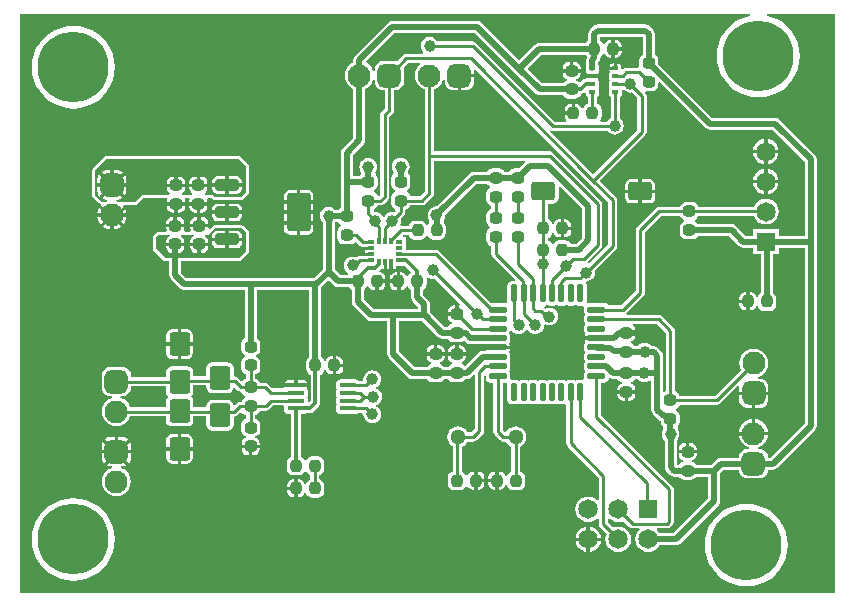
<source format=gtl>
G04*
G04 #@! TF.GenerationSoftware,Altium Limited,Altium Designer,20.2.5 (213)*
G04*
G04 Layer_Physical_Order=1*
G04 Layer_Color=255*
%FSLAX25Y25*%
%MOIN*%
G70*
G04*
G04 #@! TF.SameCoordinates,4AF3BCA7-DBB1-4E44-85BE-4205754FEF36*
G04*
G04*
G04 #@! TF.FilePolarity,Positive*
G04*
G01*
G75*
%ADD10C,0.01000*%
%ADD21R,0.02402X0.01378*%
%ADD22R,0.01378X0.02402*%
G04:AMPARAMS|DCode=34|XSize=77.56mil|YSize=37.4mil|CornerRadius=4.68mil|HoleSize=0mil|Usage=FLASHONLY|Rotation=0.000|XOffset=0mil|YOffset=0mil|HoleType=Round|Shape=RoundedRectangle|*
%AMROUNDEDRECTD34*
21,1,0.07756,0.02805,0,0,0.0*
21,1,0.06821,0.03740,0,0,0.0*
1,1,0.00935,0.03410,-0.01403*
1,1,0.00935,-0.03410,-0.01403*
1,1,0.00935,-0.03410,0.01403*
1,1,0.00935,0.03410,0.01403*
%
%ADD34ROUNDEDRECTD34*%
G04:AMPARAMS|DCode=35|XSize=77.56mil|YSize=127.95mil|CornerRadius=9.7mil|HoleSize=0mil|Usage=FLASHONLY|Rotation=0.000|XOffset=0mil|YOffset=0mil|HoleType=Round|Shape=RoundedRectangle|*
%AMROUNDEDRECTD35*
21,1,0.07756,0.10856,0,0,0.0*
21,1,0.05817,0.12795,0,0,0.0*
1,1,0.01939,0.02909,-0.05428*
1,1,0.01939,-0.02909,-0.05428*
1,1,0.01939,-0.02909,0.05428*
1,1,0.01939,0.02909,0.05428*
%
%ADD35ROUNDEDRECTD35*%
G04:AMPARAMS|DCode=36|XSize=78.74mil|YSize=59.06mil|CornerRadius=7.38mil|HoleSize=0mil|Usage=FLASHONLY|Rotation=180.000|XOffset=0mil|YOffset=0mil|HoleType=Round|Shape=RoundedRectangle|*
%AMROUNDEDRECTD36*
21,1,0.07874,0.04429,0,0,180.0*
21,1,0.06398,0.05906,0,0,180.0*
1,1,0.01476,-0.03199,0.02215*
1,1,0.01476,0.03199,0.02215*
1,1,0.01476,0.03199,-0.02215*
1,1,0.01476,-0.03199,-0.02215*
%
%ADD36ROUNDEDRECTD36*%
G04:AMPARAMS|DCode=37|XSize=39.37mil|YSize=37.4mil|CornerRadius=9.35mil|HoleSize=0mil|Usage=FLASHONLY|Rotation=270.000|XOffset=0mil|YOffset=0mil|HoleType=Round|Shape=RoundedRectangle|*
%AMROUNDEDRECTD37*
21,1,0.03937,0.01870,0,0,270.0*
21,1,0.02067,0.03740,0,0,270.0*
1,1,0.01870,-0.00935,-0.01034*
1,1,0.01870,-0.00935,0.01034*
1,1,0.01870,0.00935,0.01034*
1,1,0.01870,0.00935,-0.01034*
%
%ADD37ROUNDEDRECTD37*%
G04:AMPARAMS|DCode=38|XSize=39.37mil|YSize=37.4mil|CornerRadius=9.35mil|HoleSize=0mil|Usage=FLASHONLY|Rotation=180.000|XOffset=0mil|YOffset=0mil|HoleType=Round|Shape=RoundedRectangle|*
%AMROUNDEDRECTD38*
21,1,0.03937,0.01870,0,0,180.0*
21,1,0.02067,0.03740,0,0,180.0*
1,1,0.01870,-0.01034,0.00935*
1,1,0.01870,0.01034,0.00935*
1,1,0.01870,0.01034,-0.00935*
1,1,0.01870,-0.01034,-0.00935*
%
%ADD38ROUNDEDRECTD38*%
G04:AMPARAMS|DCode=39|XSize=78.74mil|YSize=67.72mil|CornerRadius=8.47mil|HoleSize=0mil|Usage=FLASHONLY|Rotation=90.000|XOffset=0mil|YOffset=0mil|HoleType=Round|Shape=RoundedRectangle|*
%AMROUNDEDRECTD39*
21,1,0.07874,0.05079,0,0,90.0*
21,1,0.06181,0.06772,0,0,90.0*
1,1,0.01693,0.02539,0.03091*
1,1,0.01693,0.02539,-0.03091*
1,1,0.01693,-0.02539,-0.03091*
1,1,0.01693,-0.02539,0.03091*
%
%ADD39ROUNDEDRECTD39*%
G04:AMPARAMS|DCode=40|XSize=20.47mil|YSize=57.87mil|CornerRadius=2.56mil|HoleSize=0mil|Usage=FLASHONLY|Rotation=0.000|XOffset=0mil|YOffset=0mil|HoleType=Round|Shape=RoundedRectangle|*
%AMROUNDEDRECTD40*
21,1,0.02047,0.05276,0,0,0.0*
21,1,0.01535,0.05787,0,0,0.0*
1,1,0.00512,0.00768,-0.02638*
1,1,0.00512,-0.00768,-0.02638*
1,1,0.00512,-0.00768,0.02638*
1,1,0.00512,0.00768,0.02638*
%
%ADD40ROUNDEDRECTD40*%
G04:AMPARAMS|DCode=41|XSize=57.87mil|YSize=20.47mil|CornerRadius=2.56mil|HoleSize=0mil|Usage=FLASHONLY|Rotation=0.000|XOffset=0mil|YOffset=0mil|HoleType=Round|Shape=RoundedRectangle|*
%AMROUNDEDRECTD41*
21,1,0.05787,0.01535,0,0,0.0*
21,1,0.05276,0.02047,0,0,0.0*
1,1,0.00512,0.02638,-0.00768*
1,1,0.00512,-0.02638,-0.00768*
1,1,0.00512,-0.02638,0.00768*
1,1,0.00512,0.02638,0.00768*
%
%ADD41ROUNDEDRECTD41*%
G04:AMPARAMS|DCode=42|XSize=56.1mil|YSize=14.17mil|CornerRadius=3.54mil|HoleSize=0mil|Usage=FLASHONLY|Rotation=180.000|XOffset=0mil|YOffset=0mil|HoleType=Round|Shape=RoundedRectangle|*
%AMROUNDEDRECTD42*
21,1,0.05610,0.00709,0,0,180.0*
21,1,0.04902,0.01417,0,0,180.0*
1,1,0.00709,-0.02451,0.00354*
1,1,0.00709,0.02451,0.00354*
1,1,0.00709,0.02451,-0.00354*
1,1,0.00709,-0.02451,-0.00354*
%
%ADD42ROUNDEDRECTD42*%
G04:AMPARAMS|DCode=43|XSize=19.68mil|YSize=13.78mil|CornerRadius=1.72mil|HoleSize=0mil|Usage=FLASHONLY|Rotation=0.000|XOffset=0mil|YOffset=0mil|HoleType=Round|Shape=RoundedRectangle|*
%AMROUNDEDRECTD43*
21,1,0.01968,0.01034,0,0,0.0*
21,1,0.01624,0.01378,0,0,0.0*
1,1,0.00345,0.00812,-0.00517*
1,1,0.00345,-0.00812,-0.00517*
1,1,0.00345,-0.00812,0.00517*
1,1,0.00345,0.00812,0.00517*
%
%ADD43ROUNDEDRECTD43*%
%ADD44C,0.03937*%
%ADD45C,0.01968*%
%ADD46C,0.01181*%
%ADD47C,0.01378*%
%ADD48C,0.07677*%
G04:AMPARAMS|DCode=49|XSize=76.77mil|YSize=76.77mil|CornerRadius=19.19mil|HoleSize=0mil|Usage=FLASHONLY|Rotation=90.000|XOffset=0mil|YOffset=0mil|HoleType=Round|Shape=RoundedRectangle|*
%AMROUNDEDRECTD49*
21,1,0.07677,0.03839,0,0,90.0*
21,1,0.03839,0.07677,0,0,90.0*
1,1,0.03839,0.01919,0.01919*
1,1,0.03839,0.01919,-0.01919*
1,1,0.03839,-0.01919,-0.01919*
1,1,0.03839,-0.01919,0.01919*
%
%ADD49ROUNDEDRECTD49*%
G04:AMPARAMS|DCode=50|XSize=76.77mil|YSize=76.77mil|CornerRadius=19.19mil|HoleSize=0mil|Usage=FLASHONLY|Rotation=180.000|XOffset=0mil|YOffset=0mil|HoleType=Round|Shape=RoundedRectangle|*
%AMROUNDEDRECTD50*
21,1,0.07677,0.03839,0,0,180.0*
21,1,0.03839,0.07677,0,0,180.0*
1,1,0.03839,-0.01919,0.01919*
1,1,0.03839,0.01919,0.01919*
1,1,0.03839,0.01919,-0.01919*
1,1,0.03839,-0.01919,-0.01919*
%
%ADD50ROUNDEDRECTD50*%
%ADD51C,0.05118*%
%ADD52R,0.06496X0.06496*%
%ADD53C,0.06496*%
%ADD54R,0.06496X0.06496*%
%ADD55C,0.23622*%
%ADD56C,0.03937*%
G36*
X273584Y-31496D02*
X273584Y-194843D01*
X2007D01*
Y-2007D01*
X245116D01*
X245176Y-2507D01*
X243729Y-2854D01*
X241725Y-3684D01*
X239876Y-4818D01*
X238226Y-6226D01*
X236818Y-7876D01*
X235684Y-9725D01*
X234854Y-11729D01*
X234348Y-13838D01*
X234178Y-16000D01*
X234348Y-18162D01*
X234854Y-20271D01*
X235684Y-22275D01*
X236818Y-24124D01*
X238226Y-25774D01*
X239876Y-27182D01*
X241725Y-28316D01*
X243729Y-29146D01*
X245838Y-29652D01*
X248000Y-29822D01*
X250162Y-29652D01*
X252271Y-29146D01*
X254275Y-28316D01*
X256124Y-27182D01*
X257774Y-25774D01*
X259182Y-24124D01*
X260316Y-22275D01*
X261146Y-20271D01*
X261652Y-18162D01*
X261822Y-16000D01*
X261652Y-13838D01*
X261146Y-11729D01*
X260316Y-9725D01*
X259182Y-7876D01*
X257774Y-6226D01*
X256124Y-4818D01*
X254275Y-3684D01*
X252271Y-2854D01*
X250824Y-2507D01*
X250884Y-2007D01*
X273584D01*
Y-31496D01*
D02*
G37*
%LPC*%
G36*
X19685Y-5863D02*
X17523Y-6033D01*
X15414Y-6539D01*
X13410Y-7369D01*
X11561Y-8503D01*
X9911Y-9911D01*
X8503Y-11561D01*
X7369Y-13410D01*
X6539Y-15414D01*
X6033Y-17523D01*
X5863Y-19685D01*
X6033Y-21847D01*
X6539Y-23956D01*
X7369Y-25960D01*
X8503Y-27810D01*
X9911Y-29459D01*
X11561Y-30867D01*
X13410Y-32001D01*
X15414Y-32831D01*
X17523Y-33337D01*
X19685Y-33507D01*
X21847Y-33337D01*
X23956Y-32831D01*
X25960Y-32001D01*
X27810Y-30867D01*
X29459Y-29459D01*
X30867Y-27810D01*
X32001Y-25960D01*
X32831Y-23956D01*
X33337Y-21847D01*
X33507Y-19685D01*
X33337Y-17523D01*
X32831Y-15414D01*
X32001Y-13410D01*
X30867Y-11561D01*
X29459Y-9911D01*
X27810Y-8503D01*
X25960Y-7369D01*
X23956Y-6539D01*
X21847Y-6033D01*
X19685Y-5863D01*
D02*
G37*
G36*
X74803Y-49390D02*
X30709D01*
X30325Y-49467D01*
X29999Y-49684D01*
X26062Y-53621D01*
X25844Y-53947D01*
X25768Y-54331D01*
Y-62205D01*
X25844Y-62589D01*
X26062Y-62914D01*
X27283Y-64135D01*
X27316Y-64184D01*
X27365Y-64217D01*
X28450Y-65302D01*
X28555Y-65372D01*
X28700Y-65786D01*
X28719Y-65979D01*
X28273Y-66560D01*
X27786Y-67737D01*
X27697Y-68410D01*
X32500D01*
X37303D01*
X37214Y-67737D01*
X36726Y-66560D01*
X36331Y-66044D01*
X36552Y-65596D01*
X40132Y-65596D01*
X40516Y-65520D01*
X40841Y-65302D01*
X42935Y-63208D01*
X50815Y-63208D01*
X51051Y-63649D01*
X51012Y-63707D01*
X50862Y-64462D01*
Y-64806D01*
X53869D01*
X56875D01*
Y-64462D01*
X56725Y-63707D01*
X56686Y-63649D01*
X56922Y-63208D01*
X58315Y-63208D01*
X58551Y-63649D01*
X58512Y-63707D01*
X58362Y-64462D01*
Y-64806D01*
X61369D01*
X64375D01*
Y-64462D01*
X64225Y-63707D01*
X64186Y-63649D01*
X64422Y-63208D01*
X65419D01*
X66096Y-63760D01*
X66224Y-63829D01*
X66346Y-63910D01*
X66396Y-63920D01*
X66441Y-63944D01*
X66587Y-63958D01*
X66730Y-63986D01*
X75613D01*
X75997Y-63910D01*
X76323Y-63692D01*
X77875Y-62140D01*
X78092Y-61814D01*
X78169Y-61430D01*
X78169Y-52756D01*
X78092Y-52372D01*
X77875Y-52046D01*
X75513Y-49684D01*
X75187Y-49467D01*
X74803Y-49390D01*
D02*
G37*
G36*
X154331Y-4292D02*
X125984D01*
X125216Y-4445D01*
X124565Y-4880D01*
X113581Y-15864D01*
X113146Y-16515D01*
X112993Y-17284D01*
Y-18111D01*
X112568Y-18287D01*
X111560Y-19060D01*
X110787Y-20068D01*
X110301Y-21241D01*
X110135Y-22500D01*
X110301Y-23759D01*
X110787Y-24932D01*
X111560Y-25940D01*
X112568Y-26713D01*
X112993Y-26889D01*
Y-43224D01*
X109462Y-46755D01*
X109027Y-47406D01*
X108874Y-48174D01*
Y-57928D01*
Y-66480D01*
X108322Y-66849D01*
X108019Y-67303D01*
X106906D01*
X106830Y-67204D01*
X106213Y-66730D01*
X105495Y-66433D01*
X104724Y-66331D01*
X103954Y-66433D01*
X103235Y-66730D01*
X102619Y-67204D01*
X102145Y-67821D01*
X101848Y-68539D01*
X101746Y-69310D01*
X101848Y-70081D01*
X102145Y-70799D01*
X102619Y-71416D01*
X102717Y-71491D01*
Y-87113D01*
X99966Y-89864D01*
X57270D01*
X55604Y-88199D01*
Y-84468D01*
X74803D01*
X75187Y-84392D01*
X75513Y-84174D01*
X77875Y-81812D01*
X78092Y-81486D01*
X78169Y-81102D01*
Y-74803D01*
X78092Y-74419D01*
X77875Y-74094D01*
X76300Y-72519D01*
X75975Y-72301D01*
X75590Y-72225D01*
X66929Y-72225D01*
X66545Y-72301D01*
X66220Y-72519D01*
X65066Y-73672D01*
X64620Y-73444D01*
X64603Y-73428D01*
Y-73091D01*
X58590D01*
Y-73435D01*
X58720Y-74087D01*
X58450Y-74587D01*
X56744Y-74587D01*
X56474Y-74087D01*
X56603Y-73435D01*
Y-73091D01*
X50590D01*
Y-73435D01*
X50720Y-74087D01*
X50450Y-74587D01*
X48031D01*
X47647Y-74663D01*
X47322Y-74881D01*
X46534Y-75668D01*
X46317Y-75994D01*
X46241Y-76378D01*
Y-80315D01*
X46317Y-80699D01*
X46534Y-81024D01*
X49684Y-84174D01*
X50010Y-84392D01*
X50394Y-84468D01*
X51590D01*
Y-89030D01*
X51743Y-89798D01*
X52178Y-90449D01*
X55019Y-93290D01*
X55670Y-93726D01*
X56438Y-93878D01*
X76746D01*
Y-110021D01*
X76194Y-110390D01*
X75726Y-111090D01*
X75562Y-111915D01*
Y-113785D01*
X75726Y-114611D01*
X76194Y-115311D01*
X76816Y-115727D01*
X76859Y-116000D01*
X76816Y-116273D01*
X76194Y-116689D01*
X75726Y-117389D01*
X75562Y-118215D01*
Y-120085D01*
X75726Y-120910D01*
X76194Y-121610D01*
X76894Y-122078D01*
X77256Y-122150D01*
Y-123438D01*
X76926Y-123504D01*
X76226Y-123971D01*
X76040Y-124249D01*
X75542Y-124299D01*
X74474Y-123230D01*
X73983Y-122902D01*
X73404Y-122787D01*
X73107Y-122429D01*
Y-120110D01*
X72949Y-119319D01*
X72501Y-118649D01*
X71830Y-118200D01*
X71039Y-118043D01*
X65961D01*
X65170Y-118200D01*
X64499Y-118649D01*
X64051Y-119319D01*
X63893Y-120110D01*
Y-122787D01*
X59704D01*
Y-121566D01*
X59547Y-120775D01*
X59099Y-120105D01*
X58428Y-119656D01*
X57637Y-119499D01*
X52558D01*
X51767Y-119656D01*
X51096Y-120105D01*
X50648Y-120775D01*
X50491Y-121566D01*
Y-122987D01*
X38848D01*
Y-122581D01*
X38748Y-121823D01*
X38456Y-121116D01*
X37990Y-120510D01*
X37384Y-120045D01*
X36677Y-119752D01*
X35919Y-119652D01*
X32081D01*
X31323Y-119752D01*
X30616Y-120045D01*
X30010Y-120510D01*
X29544Y-121116D01*
X29252Y-121823D01*
X29152Y-122581D01*
Y-126419D01*
X29252Y-127177D01*
X29544Y-127884D01*
X30010Y-128490D01*
X30616Y-128955D01*
X31323Y-129248D01*
X32081Y-129348D01*
X32529D01*
X32629Y-129848D01*
X31568Y-130287D01*
X30560Y-131060D01*
X29787Y-132068D01*
X29301Y-133241D01*
X29136Y-134500D01*
X29301Y-135759D01*
X29787Y-136932D01*
X30560Y-137940D01*
X31568Y-138713D01*
X32741Y-139199D01*
X34000Y-139365D01*
X35259Y-139199D01*
X36432Y-138713D01*
X37440Y-137940D01*
X38213Y-136932D01*
X38593Y-136013D01*
X50491D01*
Y-137422D01*
X50648Y-138214D01*
X51096Y-138884D01*
X51767Y-139332D01*
X52558Y-139490D01*
X57637D01*
X58428Y-139332D01*
X59099Y-138884D01*
X59547Y-138214D01*
X59704Y-137422D01*
Y-136013D01*
X63893D01*
Y-138890D01*
X64051Y-139681D01*
X64499Y-140352D01*
X65170Y-140800D01*
X65961Y-140957D01*
X71039D01*
X71830Y-140800D01*
X72501Y-140352D01*
X72949Y-139681D01*
X73107Y-138890D01*
Y-136598D01*
X73362Y-136213D01*
X73941Y-136098D01*
X74432Y-135770D01*
X75378Y-134824D01*
X76022Y-134887D01*
X76226Y-135192D01*
X76926Y-135660D01*
X77256Y-135725D01*
Y-136834D01*
X76894Y-136906D01*
X76194Y-137374D01*
X75726Y-138074D01*
X75562Y-138900D01*
Y-140770D01*
X75726Y-141595D01*
X76194Y-142295D01*
X76894Y-142763D01*
X77189Y-142822D01*
Y-143332D01*
X76964Y-143376D01*
X76324Y-143804D01*
X75897Y-144444D01*
X75747Y-145199D01*
Y-145543D01*
X78753D01*
X81759D01*
Y-145199D01*
X81609Y-144444D01*
X81182Y-143804D01*
X80541Y-143376D01*
X80317Y-143332D01*
Y-142822D01*
X80612Y-142763D01*
X81312Y-142295D01*
X81780Y-141595D01*
X81944Y-140770D01*
Y-138900D01*
X81780Y-138074D01*
X81312Y-137374D01*
X80612Y-136906D01*
X80282Y-136841D01*
Y-135732D01*
X80644Y-135660D01*
X81344Y-135192D01*
X81812Y-134492D01*
X81861Y-134245D01*
X83819D01*
X83819Y-134245D01*
X84399Y-134130D01*
X84890Y-133801D01*
X86316Y-132375D01*
X89441D01*
X89851Y-132875D01*
X89813Y-133066D01*
Y-133775D01*
X89932Y-134374D01*
X90272Y-134882D01*
X90780Y-135221D01*
X91379Y-135340D01*
X92283D01*
Y-149538D01*
X92128Y-149568D01*
X91428Y-150036D01*
X90960Y-150736D01*
X90796Y-151562D01*
Y-153629D01*
X90960Y-154454D01*
X91428Y-155154D01*
X92128Y-155622D01*
X92954Y-155786D01*
X94824D01*
X95649Y-155622D01*
X96349Y-155154D01*
X96765Y-154532D01*
X97038Y-154489D01*
X97311Y-154532D01*
X97727Y-155154D01*
X98427Y-155622D01*
X98674Y-155671D01*
Y-157019D01*
X98427Y-157068D01*
X97727Y-157536D01*
X97259Y-158236D01*
X97201Y-158531D01*
X96691D01*
X96646Y-158307D01*
X96219Y-157667D01*
X95579Y-157239D01*
X94824Y-157089D01*
X94479D01*
Y-160095D01*
Y-163102D01*
X94824D01*
X95579Y-162951D01*
X96219Y-162524D01*
X96646Y-161884D01*
X96691Y-161660D01*
X97201D01*
X97259Y-161954D01*
X97727Y-162654D01*
X98427Y-163122D01*
X99253Y-163286D01*
X101123D01*
X101949Y-163122D01*
X102648Y-162654D01*
X103116Y-161954D01*
X103280Y-161129D01*
Y-159062D01*
X103116Y-158236D01*
X102648Y-157536D01*
X101949Y-157068D01*
X101701Y-157019D01*
Y-155671D01*
X101949Y-155622D01*
X102648Y-155154D01*
X103116Y-154454D01*
X103280Y-153629D01*
Y-151562D01*
X103116Y-150736D01*
X102648Y-150036D01*
X101949Y-149568D01*
X101123Y-149404D01*
X99253D01*
X98427Y-149568D01*
X97727Y-150036D01*
X97311Y-150658D01*
X97038Y-150701D01*
X96765Y-150658D01*
X96349Y-150036D01*
X95649Y-149568D01*
X95494Y-149538D01*
Y-135340D01*
X96280D01*
X96879Y-135221D01*
X97171Y-135026D01*
X98437D01*
X98437Y-135026D01*
X99052Y-134904D01*
X99573Y-134556D01*
X101479Y-132649D01*
X101827Y-132128D01*
X101949Y-131514D01*
X101949Y-131514D01*
Y-122207D01*
X102104Y-122176D01*
X102804Y-121709D01*
X103272Y-121009D01*
X103331Y-120714D01*
X103840D01*
X103885Y-120938D01*
X104313Y-121578D01*
X104953Y-122006D01*
X105708Y-122156D01*
X106052D01*
Y-119150D01*
Y-116143D01*
X105708D01*
X104953Y-116293D01*
X104313Y-116721D01*
X103885Y-117361D01*
X103840Y-117585D01*
X103331D01*
X103272Y-117290D01*
X102804Y-116590D01*
X102351Y-116287D01*
Y-93157D01*
X104724Y-90783D01*
X106401Y-92460D01*
X107052Y-92895D01*
X107820Y-93047D01*
X111619D01*
X111988Y-93599D01*
X112489Y-93934D01*
Y-97963D01*
X112642Y-98731D01*
X113077Y-99382D01*
X117581Y-103886D01*
X118232Y-104321D01*
X119000Y-104474D01*
X124248D01*
Y-115231D01*
X124400Y-115999D01*
X124836Y-116650D01*
X131254Y-123069D01*
X131905Y-123504D01*
X132673Y-123657D01*
X137534D01*
X137838Y-124110D01*
X138538Y-124578D01*
X139363Y-124742D01*
X141430D01*
X142256Y-124578D01*
X142956Y-124110D01*
X143259Y-123657D01*
X144638D01*
X144941Y-124110D01*
X145641Y-124578D01*
X146467Y-124742D01*
X148533D01*
X149359Y-124578D01*
X150059Y-124110D01*
X150362Y-123657D01*
X150742D01*
X151510Y-123504D01*
X152161Y-123069D01*
X153025Y-122205D01*
X153487Y-122396D01*
Y-140373D01*
X152373Y-141487D01*
X151102D01*
X150989Y-141213D01*
X150421Y-140473D01*
X149681Y-139905D01*
X148819Y-139548D01*
X147894Y-139426D01*
X146969Y-139548D01*
X146107Y-139905D01*
X145367Y-140473D01*
X144799Y-141213D01*
X144442Y-142075D01*
X144320Y-143000D01*
X144442Y-143925D01*
X144799Y-144787D01*
X145367Y-145527D01*
X146107Y-146095D01*
X146184Y-146127D01*
Y-154452D01*
X145739Y-154540D01*
X145039Y-155008D01*
X144572Y-155708D01*
X144407Y-156533D01*
Y-158600D01*
X144572Y-159426D01*
X145039Y-160126D01*
X145739Y-160593D01*
X146565Y-160758D01*
X148435D01*
X149261Y-160593D01*
X149961Y-160126D01*
X150428Y-159426D01*
X150487Y-159131D01*
X150997D01*
X151041Y-159355D01*
X151469Y-159995D01*
X152109Y-160423D01*
X152864Y-160573D01*
X153209D01*
Y-157567D01*
Y-154560D01*
X152864D01*
X152109Y-154710D01*
X151469Y-155138D01*
X151041Y-155778D01*
X150997Y-156002D01*
X150487D01*
X150428Y-155708D01*
X149961Y-155008D01*
X149261Y-154540D01*
X149210Y-154530D01*
Y-146290D01*
X149681Y-146095D01*
X150421Y-145527D01*
X150989Y-144787D01*
X151102Y-144513D01*
X153000D01*
X153000Y-144513D01*
X153579Y-144398D01*
X154070Y-144070D01*
X156070Y-142070D01*
X156070Y-142070D01*
X156398Y-141579D01*
X156513Y-141000D01*
X156513Y-141000D01*
Y-122283D01*
X156606Y-122225D01*
X157106Y-122501D01*
Y-123374D01*
X157217Y-123935D01*
X157535Y-124410D01*
X158010Y-124728D01*
X158571Y-124839D01*
X159695D01*
Y-141209D01*
X159695Y-141209D01*
X159810Y-141788D01*
X160139Y-142279D01*
X161930Y-144070D01*
X161930Y-144070D01*
X162421Y-144398D01*
X163000Y-144513D01*
X163000Y-144513D01*
X163898D01*
X164011Y-144787D01*
X164579Y-145527D01*
X165319Y-146095D01*
X165641Y-146228D01*
Y-154500D01*
X165441Y-154540D01*
X164741Y-155008D01*
X164273Y-155708D01*
X164215Y-156002D01*
X163705D01*
X163660Y-155778D01*
X163233Y-155138D01*
X162593Y-154710D01*
X161838Y-154560D01*
X161493D01*
Y-157567D01*
Y-160573D01*
X161838D01*
X162593Y-160423D01*
X163233Y-159995D01*
X163660Y-159355D01*
X163705Y-159131D01*
X164215D01*
X164273Y-159426D01*
X164741Y-160126D01*
X165441Y-160593D01*
X166267Y-160758D01*
X168137D01*
X168963Y-160593D01*
X169662Y-160126D01*
X170130Y-159426D01*
X170294Y-158600D01*
Y-156533D01*
X170130Y-155708D01*
X169662Y-155008D01*
X168963Y-154540D01*
X168667Y-154481D01*
Y-146189D01*
X168893Y-146095D01*
X169633Y-145527D01*
X170201Y-144787D01*
X170558Y-143925D01*
X170680Y-143000D01*
X170558Y-142075D01*
X170201Y-141213D01*
X169633Y-140473D01*
X168893Y-139905D01*
X168031Y-139548D01*
X167106Y-139426D01*
X166181Y-139548D01*
X165319Y-139905D01*
X164579Y-140473D01*
X164011Y-141213D01*
X163436Y-141296D01*
X162722Y-140582D01*
Y-124839D01*
X163847D01*
X163969Y-124815D01*
X164394Y-125240D01*
X164369Y-125362D01*
Y-130638D01*
X164481Y-131199D01*
X164799Y-131674D01*
X165274Y-131991D01*
X165835Y-132103D01*
X167370D01*
X167931Y-131991D01*
X168177Y-131827D01*
X168424Y-131991D01*
X168984Y-132103D01*
X170520D01*
X171080Y-131991D01*
X171327Y-131827D01*
X171573Y-131991D01*
X172134Y-132103D01*
X173669D01*
X174230Y-131991D01*
X174476Y-131827D01*
X174723Y-131991D01*
X175284Y-132103D01*
X176819D01*
X177380Y-131991D01*
X177626Y-131827D01*
X177872Y-131991D01*
X178433Y-132103D01*
X179969D01*
X180529Y-131991D01*
X180776Y-131827D01*
X181022Y-131991D01*
X181583Y-132103D01*
X183118D01*
X183487Y-132030D01*
X183917Y-132298D01*
X183987Y-132387D01*
Y-145124D01*
X183987Y-145124D01*
X184102Y-145704D01*
X184430Y-146195D01*
X194769Y-156534D01*
Y-163945D01*
X194455Y-164051D01*
X194269Y-164077D01*
X193396Y-163407D01*
X192367Y-162981D01*
X191262Y-162836D01*
X190157Y-162981D01*
X189128Y-163407D01*
X188243Y-164086D01*
X187565Y-164970D01*
X187138Y-165999D01*
X186993Y-167104D01*
X187138Y-168209D01*
X187565Y-169239D01*
X188243Y-170123D01*
X189128Y-170801D01*
X190157Y-171228D01*
X191262Y-171373D01*
X192367Y-171228D01*
X193396Y-170801D01*
X194269Y-170132D01*
X194455Y-170157D01*
X194769Y-170264D01*
Y-172125D01*
X194769Y-172125D01*
X194884Y-172704D01*
X195212Y-173195D01*
X197396Y-175378D01*
X197139Y-175999D01*
X196993Y-177104D01*
X197139Y-178209D01*
X197565Y-179239D01*
X198243Y-180123D01*
X199127Y-180801D01*
X200157Y-181228D01*
X201262Y-181373D01*
X202367Y-181228D01*
X203396Y-180801D01*
X204280Y-180123D01*
X204959Y-179239D01*
X205385Y-178209D01*
X205531Y-177104D01*
X205385Y-175999D01*
X204959Y-174970D01*
X204280Y-174086D01*
X203396Y-173407D01*
X202367Y-172981D01*
X201262Y-172836D01*
X200157Y-172981D01*
X199536Y-173238D01*
X197796Y-171498D01*
Y-170275D01*
X197824Y-170265D01*
X198296Y-170163D01*
X199127Y-170801D01*
X200157Y-171228D01*
X201262Y-171373D01*
X202367Y-171228D01*
X202988Y-170970D01*
X205015Y-172997D01*
X205015Y-172997D01*
X205506Y-173326D01*
X206085Y-173441D01*
X206085Y-173441D01*
X208306D01*
X208467Y-173914D01*
X208243Y-174086D01*
X207565Y-174970D01*
X207138Y-175999D01*
X206993Y-177104D01*
X207138Y-178209D01*
X207565Y-179239D01*
X208243Y-180123D01*
X209127Y-180801D01*
X210157Y-181228D01*
X211262Y-181373D01*
X212367Y-181228D01*
X213396Y-180801D01*
X214280Y-180123D01*
X214959Y-179239D01*
X215012Y-179111D01*
X220499D01*
X221268Y-178959D01*
X221919Y-178524D01*
X234741Y-165701D01*
X235176Y-165050D01*
X235329Y-164282D01*
Y-155035D01*
X236514Y-153851D01*
X241510D01*
X241598Y-154521D01*
X241891Y-155227D01*
X242356Y-155834D01*
X242963Y-156299D01*
X243669Y-156592D01*
X244427Y-156691D01*
X248266D01*
X249024Y-156592D01*
X249730Y-156299D01*
X250337Y-155834D01*
X250802Y-155227D01*
X251095Y-154521D01*
X251183Y-153851D01*
X252881D01*
X253649Y-153698D01*
X254300Y-153263D01*
X266919Y-140644D01*
X267354Y-139992D01*
X267507Y-139224D01*
Y-77953D01*
X267457Y-77700D01*
Y-50464D01*
X267304Y-49696D01*
X266869Y-49044D01*
X254988Y-37163D01*
X254337Y-36728D01*
X253569Y-36576D01*
X232662D01*
X214691Y-18605D01*
Y-17415D01*
X214527Y-16590D01*
X214059Y-15890D01*
X213507Y-15521D01*
Y-8658D01*
X213354Y-7889D01*
X212919Y-7238D01*
X211766Y-6085D01*
X211115Y-5650D01*
X210347Y-5497D01*
X194405D01*
X193637Y-5650D01*
X192986Y-6085D01*
X191833Y-7238D01*
X191398Y-7890D01*
X191245Y-8658D01*
Y-10777D01*
X190791Y-11080D01*
X190422Y-11632D01*
X174831D01*
X174063Y-11785D01*
X173412Y-12220D01*
X168251Y-17381D01*
X155750Y-4880D01*
X155099Y-4445D01*
X154331Y-4292D01*
D02*
G37*
G36*
X97639Y-60649D02*
X95321D01*
Y-67495D01*
X99647D01*
Y-62657D01*
X99494Y-61889D01*
X99059Y-61237D01*
X98407Y-60802D01*
X97639Y-60649D01*
D02*
G37*
G36*
X94140D02*
X91822D01*
X91053Y-60802D01*
X90402Y-61237D01*
X89966Y-61889D01*
X89814Y-62657D01*
Y-67495D01*
X94140D01*
Y-60649D01*
D02*
G37*
G36*
X74322Y-65187D02*
X71502D01*
Y-67495D01*
X75818D01*
Y-66683D01*
X75704Y-66110D01*
X75380Y-65625D01*
X74894Y-65301D01*
X74322Y-65187D01*
D02*
G37*
G36*
X70321D02*
X67501D01*
X66928Y-65301D01*
X66443Y-65625D01*
X66118Y-66110D01*
X66005Y-66683D01*
Y-67495D01*
X70321D01*
Y-65187D01*
D02*
G37*
G36*
X64375Y-65988D02*
X61959D01*
Y-68305D01*
X62402D01*
X63157Y-68155D01*
X63797Y-67727D01*
X64225Y-67087D01*
X64375Y-66332D01*
Y-65988D01*
D02*
G37*
G36*
X60778D02*
X58362D01*
Y-66332D01*
X58512Y-67087D01*
X58940Y-67727D01*
X59580Y-68155D01*
X60335Y-68305D01*
X60778D01*
Y-65988D01*
D02*
G37*
G36*
X56875D02*
X54459D01*
Y-68305D01*
X54902D01*
X55657Y-68155D01*
X56297Y-67727D01*
X56725Y-67087D01*
X56875Y-66332D01*
Y-65988D01*
D02*
G37*
G36*
X53278D02*
X50862D01*
Y-66332D01*
X51012Y-67087D01*
X51440Y-67727D01*
X52080Y-68155D01*
X52835Y-68305D01*
X53278D01*
Y-65988D01*
D02*
G37*
G36*
X75818Y-68676D02*
X71502D01*
Y-70984D01*
X74322D01*
X74894Y-70870D01*
X75380Y-70546D01*
X75704Y-70061D01*
X75818Y-69488D01*
Y-68676D01*
D02*
G37*
G36*
X70321D02*
X66005D01*
Y-69488D01*
X66118Y-70061D01*
X66443Y-70546D01*
X66928Y-70870D01*
X67501Y-70984D01*
X70321D01*
Y-68676D01*
D02*
G37*
G36*
X62630Y-69592D02*
X62187D01*
Y-71910D01*
X64603D01*
Y-71565D01*
X64453Y-70810D01*
X64025Y-70170D01*
X63385Y-69743D01*
X62630Y-69592D01*
D02*
G37*
G36*
X61006D02*
X60563D01*
X59808Y-69743D01*
X59168Y-70170D01*
X58741Y-70810D01*
X58590Y-71565D01*
Y-71910D01*
X61006D01*
Y-69592D01*
D02*
G37*
G36*
X54630D02*
X54187D01*
Y-71910D01*
X56603D01*
Y-71565D01*
X56453Y-70810D01*
X56025Y-70170D01*
X55385Y-69743D01*
X54630Y-69592D01*
D02*
G37*
G36*
X53006D02*
X52563D01*
X51808Y-69743D01*
X51168Y-70170D01*
X50741Y-70810D01*
X50590Y-71565D01*
Y-71910D01*
X53006D01*
Y-69592D01*
D02*
G37*
G36*
X37303Y-69591D02*
X33091D01*
Y-73803D01*
X33763Y-73714D01*
X34940Y-73226D01*
X35951Y-72451D01*
X36726Y-71440D01*
X37214Y-70263D01*
X37303Y-69591D01*
D02*
G37*
G36*
X31909D02*
X27697D01*
X27786Y-70263D01*
X28273Y-71440D01*
X29049Y-72451D01*
X30060Y-73226D01*
X31237Y-73714D01*
X31909Y-73803D01*
Y-69591D01*
D02*
G37*
G36*
X99647Y-68676D02*
X95321D01*
Y-75522D01*
X97639D01*
X98407Y-75369D01*
X99059Y-74933D01*
X99494Y-74282D01*
X99647Y-73514D01*
Y-68676D01*
D02*
G37*
G36*
X94140D02*
X89814D01*
Y-73514D01*
X89966Y-74282D01*
X90402Y-74933D01*
X91053Y-75369D01*
X91822Y-75522D01*
X94140D01*
Y-68676D01*
D02*
G37*
G36*
X57637Y-107085D02*
X55688D01*
Y-111468D01*
X59519D01*
Y-108968D01*
X59376Y-108247D01*
X58968Y-107637D01*
X58357Y-107229D01*
X57637Y-107085D01*
D02*
G37*
G36*
X54507D02*
X52558D01*
X51838Y-107229D01*
X51227Y-107637D01*
X50819Y-108247D01*
X50675Y-108968D01*
Y-111468D01*
X54507D01*
Y-107085D01*
D02*
G37*
G36*
X59519Y-112649D02*
X55688D01*
Y-117032D01*
X57637D01*
X58357Y-116888D01*
X58968Y-116480D01*
X59376Y-115869D01*
X59519Y-115149D01*
Y-112649D01*
D02*
G37*
G36*
X54507D02*
X50675D01*
Y-115149D01*
X50819Y-115869D01*
X51227Y-116480D01*
X51838Y-116888D01*
X52558Y-117032D01*
X54507D01*
Y-112649D01*
D02*
G37*
G36*
X107578Y-116143D02*
X107234D01*
Y-118559D01*
X109551D01*
Y-118116D01*
X109401Y-117361D01*
X108973Y-116721D01*
X108333Y-116293D01*
X107578Y-116143D01*
D02*
G37*
G36*
X109551Y-119740D02*
X107234D01*
Y-122156D01*
X107578D01*
X108333Y-122006D01*
X108973Y-121578D01*
X109401Y-120938D01*
X109551Y-120183D01*
Y-119740D01*
D02*
G37*
G36*
X119301Y-120732D02*
X118531Y-120834D01*
X117812Y-121131D01*
X117196Y-121605D01*
X116722Y-122222D01*
X116425Y-122940D01*
X116323Y-123711D01*
X116342Y-123854D01*
X116012Y-124230D01*
X114727D01*
X114297Y-123942D01*
X113698Y-123823D01*
X108796D01*
X108197Y-123942D01*
X107689Y-124282D01*
X107350Y-124790D01*
X107231Y-125389D01*
Y-126098D01*
X107350Y-126697D01*
X107568Y-127023D01*
X107350Y-127349D01*
X107231Y-127948D01*
Y-128656D01*
X107350Y-129256D01*
X107568Y-129582D01*
X107350Y-129908D01*
X107231Y-130507D01*
Y-131216D01*
X107350Y-131815D01*
X107568Y-132141D01*
X107350Y-132467D01*
X107231Y-133066D01*
Y-133775D01*
X107350Y-134374D01*
X107689Y-134882D01*
X108197Y-135221D01*
X108796Y-135340D01*
X113698D01*
X114297Y-135221D01*
X114727Y-134934D01*
X116012D01*
X116342Y-135310D01*
X116323Y-135453D01*
X116425Y-136224D01*
X116722Y-136942D01*
X117196Y-137559D01*
X117812Y-138032D01*
X118531Y-138330D01*
X119301Y-138431D01*
X120072Y-138330D01*
X120791Y-138032D01*
X121407Y-137559D01*
X121881Y-136942D01*
X122178Y-136224D01*
X122280Y-135453D01*
X122178Y-134682D01*
X121881Y-133964D01*
X121407Y-133347D01*
X120791Y-132874D01*
X120706Y-132839D01*
Y-132298D01*
X120994Y-132178D01*
X121611Y-131705D01*
X122084Y-131088D01*
X122382Y-130370D01*
X122483Y-129599D01*
X122382Y-128828D01*
X122084Y-128110D01*
X121611Y-127493D01*
X120994Y-127020D01*
X120665Y-126883D01*
Y-126342D01*
X120791Y-126290D01*
X121407Y-125817D01*
X121881Y-125200D01*
X122178Y-124481D01*
X122280Y-123711D01*
X122178Y-122940D01*
X121881Y-122222D01*
X121407Y-121605D01*
X120791Y-121131D01*
X120072Y-120834D01*
X119301Y-120732D01*
D02*
G37*
G36*
X57637Y-141957D02*
X55688D01*
Y-146340D01*
X59519D01*
Y-143840D01*
X59376Y-143119D01*
X58968Y-142508D01*
X58357Y-142100D01*
X57637Y-141957D01*
D02*
G37*
G36*
X54507D02*
X52558D01*
X51838Y-142100D01*
X51227Y-142508D01*
X50819Y-143119D01*
X50675Y-143840D01*
Y-146340D01*
X54507D01*
Y-141957D01*
D02*
G37*
G36*
X35919Y-142999D02*
X34591D01*
Y-147273D01*
X38864D01*
Y-145944D01*
X38763Y-145182D01*
X38469Y-144472D01*
X38001Y-143862D01*
X37391Y-143394D01*
X36681Y-143100D01*
X35919Y-142999D01*
D02*
G37*
G36*
X33409D02*
X32081D01*
X31319Y-143100D01*
X30608Y-143394D01*
X29999Y-143862D01*
X29531Y-144472D01*
X29237Y-145182D01*
X29136Y-145944D01*
Y-147273D01*
X33409D01*
Y-142999D01*
D02*
G37*
G36*
X81759Y-146724D02*
X79343D01*
Y-149042D01*
X79786D01*
X80541Y-148892D01*
X81182Y-148464D01*
X81609Y-147824D01*
X81759Y-147069D01*
Y-146724D01*
D02*
G37*
G36*
X78162D02*
X75747D01*
Y-147069D01*
X75897Y-147824D01*
X76324Y-148464D01*
X76964Y-148892D01*
X77719Y-149042D01*
X78162D01*
Y-146724D01*
D02*
G37*
G36*
X59519Y-147521D02*
X55688D01*
Y-151903D01*
X57637D01*
X58357Y-151760D01*
X58968Y-151352D01*
X59376Y-150741D01*
X59519Y-150021D01*
Y-147521D01*
D02*
G37*
G36*
X54507D02*
X50675D01*
Y-150021D01*
X50819Y-150741D01*
X51227Y-151352D01*
X51838Y-151760D01*
X52558Y-151903D01*
X54507D01*
Y-147521D01*
D02*
G37*
G36*
X154734Y-154560D02*
X154390D01*
Y-156976D01*
X156707D01*
Y-156533D01*
X156557Y-155778D01*
X156129Y-155138D01*
X155489Y-154710D01*
X154734Y-154560D01*
D02*
G37*
G36*
X160312D02*
X159968D01*
X159213Y-154710D01*
X158572Y-155138D01*
X158145Y-155778D01*
X157995Y-156533D01*
Y-156976D01*
X160312D01*
Y-154560D01*
D02*
G37*
G36*
X93298Y-157089D02*
X92954D01*
X92199Y-157239D01*
X91558Y-157667D01*
X91131Y-158307D01*
X90981Y-159062D01*
Y-159505D01*
X93298D01*
Y-157089D01*
D02*
G37*
G36*
X160312Y-158157D02*
X157995D01*
Y-158600D01*
X158145Y-159355D01*
X158572Y-159995D01*
X159213Y-160423D01*
X159968Y-160573D01*
X160312D01*
Y-158157D01*
D02*
G37*
G36*
X156707D02*
X154390D01*
Y-160573D01*
X154734D01*
X155489Y-160423D01*
X156129Y-159995D01*
X156557Y-159355D01*
X156707Y-158600D01*
Y-158157D01*
D02*
G37*
G36*
X38864Y-148454D02*
X34000D01*
X29136D01*
Y-149783D01*
X29237Y-150545D01*
X29531Y-151255D01*
X29999Y-151865D01*
X30608Y-152332D01*
X31319Y-152627D01*
X32081Y-152727D01*
X32491D01*
X32590Y-153227D01*
X31568Y-153650D01*
X30560Y-154423D01*
X29787Y-155431D01*
X29301Y-156604D01*
X29136Y-157863D01*
X29301Y-159122D01*
X29787Y-160295D01*
X30560Y-161303D01*
X31568Y-162076D01*
X32741Y-162562D01*
X34000Y-162728D01*
X35259Y-162562D01*
X36432Y-162076D01*
X37440Y-161303D01*
X38213Y-160295D01*
X38699Y-159122D01*
X38864Y-157863D01*
X38699Y-156604D01*
X38213Y-155431D01*
X37440Y-154423D01*
X36432Y-153650D01*
X35410Y-153227D01*
X35509Y-152727D01*
X35919D01*
X36681Y-152627D01*
X37391Y-152332D01*
X38001Y-151865D01*
X38469Y-151255D01*
X38763Y-150545D01*
X38864Y-149783D01*
Y-148454D01*
D02*
G37*
G36*
X93298Y-160686D02*
X90981D01*
Y-161129D01*
X91131Y-161884D01*
X91558Y-162524D01*
X92199Y-162951D01*
X92954Y-163102D01*
X93298D01*
Y-160686D01*
D02*
G37*
G36*
X191852Y-172897D02*
Y-176514D01*
X195469D01*
X195401Y-175995D01*
X194973Y-174962D01*
X194292Y-174075D01*
X193404Y-173394D01*
X192371Y-172966D01*
X191852Y-172897D01*
D02*
G37*
G36*
X190671D02*
X190153Y-172966D01*
X189120Y-173394D01*
X188232Y-174075D01*
X187551Y-174962D01*
X187123Y-175995D01*
X187055Y-176514D01*
X190671D01*
Y-172897D01*
D02*
G37*
G36*
X195469Y-177695D02*
X191852D01*
Y-181311D01*
X192371Y-181243D01*
X193404Y-180815D01*
X194292Y-180134D01*
X194973Y-179247D01*
X195401Y-178213D01*
X195469Y-177695D01*
D02*
G37*
G36*
X190671D02*
X187055D01*
X187123Y-178213D01*
X187551Y-179247D01*
X188232Y-180134D01*
X189120Y-180815D01*
X190153Y-181243D01*
X190671Y-181311D01*
Y-177695D01*
D02*
G37*
G36*
X19685Y-163343D02*
X17523Y-163513D01*
X15414Y-164020D01*
X13410Y-164850D01*
X11561Y-165983D01*
X9911Y-167392D01*
X8503Y-169041D01*
X7369Y-170890D01*
X6539Y-172894D01*
X6033Y-175003D01*
X5863Y-177165D01*
X6033Y-179328D01*
X6539Y-181437D01*
X7369Y-183440D01*
X8503Y-185290D01*
X9911Y-186939D01*
X11561Y-188348D01*
X13410Y-189481D01*
X15414Y-190311D01*
X17523Y-190817D01*
X19685Y-190988D01*
X21847Y-190817D01*
X23956Y-190311D01*
X25960Y-189481D01*
X27810Y-188348D01*
X29459Y-186939D01*
X30867Y-185290D01*
X32001Y-183440D01*
X32831Y-181437D01*
X33337Y-179328D01*
X33507Y-177165D01*
X33337Y-175003D01*
X32831Y-172894D01*
X32001Y-170890D01*
X30867Y-169041D01*
X29459Y-167392D01*
X27810Y-165983D01*
X25960Y-164850D01*
X23956Y-164020D01*
X21847Y-163513D01*
X19685Y-163343D01*
D02*
G37*
G36*
X244000Y-165178D02*
X241838Y-165348D01*
X239729Y-165854D01*
X237725Y-166684D01*
X235876Y-167818D01*
X234226Y-169226D01*
X232818Y-170876D01*
X231684Y-172725D01*
X230854Y-174729D01*
X230348Y-176838D01*
X230178Y-179000D01*
X230348Y-181162D01*
X230854Y-183271D01*
X231684Y-185275D01*
X232818Y-187124D01*
X234226Y-188774D01*
X235876Y-190182D01*
X237725Y-191316D01*
X239729Y-192146D01*
X241838Y-192652D01*
X244000Y-192822D01*
X246162Y-192652D01*
X248271Y-192146D01*
X250275Y-191316D01*
X252124Y-190182D01*
X253774Y-188774D01*
X255182Y-187124D01*
X256316Y-185275D01*
X257146Y-183271D01*
X257652Y-181162D01*
X257822Y-179000D01*
X257652Y-176838D01*
X257146Y-174729D01*
X256316Y-172725D01*
X255182Y-170876D01*
X253774Y-169226D01*
X252124Y-167818D01*
X250275Y-166684D01*
X248271Y-165854D01*
X246162Y-165348D01*
X244000Y-165178D01*
D02*
G37*
%LPD*%
G36*
X77165Y-52756D02*
X77165Y-61430D01*
X75613Y-62983D01*
X66730D01*
X65776Y-62205D01*
X63535D01*
X63383Y-61705D01*
X63797Y-61428D01*
X64225Y-60788D01*
X64375Y-60033D01*
Y-59688D01*
X61369D01*
X58362D01*
Y-60033D01*
X58512Y-60788D01*
X58940Y-61428D01*
X59354Y-61705D01*
X59202Y-62205D01*
X56035Y-62205D01*
X55883Y-61705D01*
X56297Y-61428D01*
X56725Y-60788D01*
X56875Y-60033D01*
Y-59688D01*
X53869D01*
X50862D01*
Y-60033D01*
X51012Y-60788D01*
X51440Y-61428D01*
X51854Y-61705D01*
X51702Y-62205D01*
X42520Y-62205D01*
X40132Y-64592D01*
X34462Y-64592D01*
X33910Y-64364D01*
X34009Y-63864D01*
X34419D01*
X35181Y-63763D01*
X35892Y-63469D01*
X36501Y-63001D01*
X36969Y-62392D01*
X37263Y-61681D01*
X37364Y-60919D01*
Y-59591D01*
X32500D01*
X27636D01*
Y-60919D01*
X27737Y-61681D01*
X28031Y-62392D01*
X28499Y-63001D01*
X29109Y-63469D01*
X29819Y-63763D01*
X30581Y-63864D01*
X30991D01*
X31090Y-64364D01*
X30538Y-64593D01*
X29159D01*
X26772Y-62205D01*
Y-54331D01*
X30709Y-50394D01*
X74803D01*
X77165Y-52756D01*
D02*
G37*
%LPC*%
G36*
X34419Y-54136D02*
X33091D01*
Y-58410D01*
X37364D01*
Y-57081D01*
X37263Y-56319D01*
X36969Y-55608D01*
X36501Y-54999D01*
X35892Y-54531D01*
X35181Y-54237D01*
X34419Y-54136D01*
D02*
G37*
G36*
X31909D02*
X30581D01*
X29819Y-54237D01*
X29109Y-54531D01*
X28499Y-54999D01*
X28031Y-55608D01*
X27737Y-56319D01*
X27636Y-57081D01*
Y-58410D01*
X31909D01*
Y-54136D01*
D02*
G37*
G36*
X74322Y-56132D02*
X71502D01*
Y-58440D01*
X75818D01*
Y-57628D01*
X75704Y-57055D01*
X75380Y-56570D01*
X74894Y-56245D01*
X74322Y-56132D01*
D02*
G37*
G36*
X70321D02*
X67501D01*
X66928Y-56245D01*
X66443Y-56570D01*
X66118Y-57055D01*
X66005Y-57628D01*
Y-58440D01*
X70321D01*
Y-56132D01*
D02*
G37*
G36*
X62402Y-56190D02*
X61959D01*
Y-58507D01*
X64375D01*
Y-58163D01*
X64225Y-57408D01*
X63797Y-56768D01*
X63157Y-56340D01*
X62402Y-56190D01*
D02*
G37*
G36*
X54902D02*
X54459D01*
Y-58507D01*
X56875D01*
Y-58163D01*
X56725Y-57408D01*
X56297Y-56768D01*
X55657Y-56340D01*
X54902Y-56190D01*
D02*
G37*
G36*
X60778D02*
X60335D01*
X59580Y-56340D01*
X58940Y-56768D01*
X58512Y-57408D01*
X58362Y-58163D01*
Y-58507D01*
X60778D01*
Y-56190D01*
D02*
G37*
G36*
X53278D02*
X52835D01*
X52080Y-56340D01*
X51440Y-56768D01*
X51012Y-57408D01*
X50862Y-58163D01*
Y-58507D01*
X53278D01*
Y-56190D01*
D02*
G37*
G36*
X75818Y-59621D02*
X71502D01*
Y-61929D01*
X74322D01*
X74894Y-61815D01*
X75380Y-61491D01*
X75704Y-61006D01*
X75818Y-60433D01*
Y-59621D01*
D02*
G37*
G36*
X70321D02*
X66005D01*
Y-60433D01*
X66118Y-61006D01*
X66443Y-61491D01*
X66928Y-61815D01*
X67501Y-61929D01*
X70321D01*
Y-59621D01*
D02*
G37*
%LPD*%
G36*
X209493Y-15521D02*
X208941Y-15890D01*
X208473Y-16590D01*
X208309Y-17415D01*
Y-19285D01*
X208347Y-19477D01*
X207936Y-19972D01*
X203956D01*
X203956Y-19972D01*
X203376Y-20087D01*
X202886Y-20415D01*
X202826Y-20475D01*
X202326Y-20268D01*
Y-19645D01*
X202235Y-19187D01*
X201976Y-18800D01*
X201588Y-18541D01*
X201131Y-18450D01*
X200909D01*
Y-20161D01*
X200319D01*
Y-20752D01*
X198326D01*
X198403Y-21136D01*
X198498Y-21278D01*
X198232Y-21676D01*
X198127Y-22204D01*
Y-23237D01*
X198232Y-23765D01*
X198389Y-24000D01*
X198232Y-24235D01*
X198127Y-24763D01*
Y-25796D01*
X198232Y-26324D01*
X198389Y-26559D01*
X198232Y-26794D01*
X198127Y-27322D01*
Y-28355D01*
X198232Y-28883D01*
X198531Y-29331D01*
X198806Y-29514D01*
Y-36575D01*
X198670Y-36631D01*
X198054Y-37105D01*
X197580Y-37721D01*
X197495Y-37928D01*
X195387D01*
X195197Y-37428D01*
X195578Y-36857D01*
X195742Y-36031D01*
Y-33964D01*
X195578Y-33138D01*
X195110Y-32438D01*
X194410Y-31971D01*
X194179Y-31925D01*
Y-29525D01*
X194469Y-29331D01*
X194768Y-28883D01*
X194873Y-28355D01*
Y-27322D01*
X194768Y-26794D01*
X194611Y-26559D01*
X194768Y-26324D01*
X194873Y-25796D01*
Y-24763D01*
X194768Y-24235D01*
X194502Y-23837D01*
X194597Y-23695D01*
X194674Y-23311D01*
X190595D01*
X190244Y-23640D01*
X189925Y-23703D01*
X189372Y-24073D01*
X188719Y-24726D01*
X188338Y-24689D01*
X187638Y-24221D01*
X187343Y-24163D01*
Y-23653D01*
X187567Y-23608D01*
X188207Y-23180D01*
X188635Y-22540D01*
X188785Y-21785D01*
Y-21441D01*
X185778D01*
X182772D01*
Y-21785D01*
X182922Y-22540D01*
X183350Y-23180D01*
X183990Y-23608D01*
X184214Y-23653D01*
Y-24163D01*
X183919Y-24221D01*
X183219Y-24689D01*
X182916Y-25142D01*
X176013D01*
X171089Y-20219D01*
X175663Y-15646D01*
X190422D01*
X190791Y-16198D01*
X190979Y-16323D01*
X190827Y-16551D01*
X190674Y-17319D01*
Y-18997D01*
X190594Y-19117D01*
X190489Y-19645D01*
Y-20678D01*
X190594Y-21206D01*
X190860Y-21604D01*
X190765Y-21746D01*
X190689Y-22130D01*
X194674D01*
X194597Y-21746D01*
X194502Y-21604D01*
X194768Y-21206D01*
X194873Y-20678D01*
Y-19645D01*
X194768Y-19117D01*
X194688Y-18997D01*
Y-18142D01*
X195106Y-17516D01*
X195259Y-16748D01*
Y-16501D01*
X195713Y-16198D01*
X196180Y-15498D01*
X196239Y-15203D01*
X196749D01*
X196793Y-15427D01*
X197221Y-16067D01*
X197861Y-16495D01*
X198616Y-16645D01*
X198961D01*
Y-13639D01*
Y-10632D01*
X198616D01*
X197861Y-10783D01*
X197221Y-11210D01*
X196793Y-11850D01*
X196749Y-12075D01*
X196239D01*
X196180Y-11780D01*
X195713Y-11080D01*
X195259Y-10777D01*
Y-9511D01*
X209493D01*
Y-15521D01*
D02*
G37*
G36*
X191768Y-58626D02*
X191768Y-58626D01*
X197925Y-64783D01*
Y-78675D01*
X191484Y-85116D01*
X191242Y-85095D01*
X191069Y-84701D01*
X191074Y-84556D01*
X195558Y-80072D01*
X195558Y-80072D01*
X195886Y-79581D01*
X196002Y-79001D01*
X196002Y-79001D01*
Y-65288D01*
X196002Y-65288D01*
X195886Y-64709D01*
X195558Y-64218D01*
X179592Y-48252D01*
X179101Y-47924D01*
X178522Y-47808D01*
X178522Y-47808D01*
X139876D01*
Y-27093D01*
X140795Y-26713D01*
X141803Y-25940D01*
X142576Y-24932D01*
X142999Y-23910D01*
X143499Y-24009D01*
Y-24419D01*
X143600Y-25181D01*
X143894Y-25892D01*
X144362Y-26501D01*
X144972Y-26969D01*
X145682Y-27263D01*
X146444Y-27364D01*
X147773D01*
Y-22500D01*
X148363D01*
Y-21910D01*
X153227D01*
Y-20792D01*
X153727Y-20585D01*
X191768Y-58626D01*
D02*
G37*
G36*
X230412Y-40002D02*
X231063Y-40437D01*
X231831Y-40590D01*
X252737D01*
X263442Y-51295D01*
Y-75845D01*
X254732D01*
Y-73620D01*
X246268D01*
Y-75845D01*
X243831D01*
X240569Y-72582D01*
X239918Y-72147D01*
X239150Y-71995D01*
X227862D01*
X227559Y-71541D01*
X226937Y-71125D01*
X226894Y-70852D01*
X226937Y-70579D01*
X227559Y-70163D01*
X228027Y-69463D01*
X228061Y-69291D01*
X246515D01*
X246803Y-69986D01*
X247481Y-70871D01*
X248366Y-71549D01*
X249395Y-71975D01*
X250500Y-72121D01*
X251605Y-71975D01*
X252634Y-71549D01*
X253519Y-70871D01*
X254197Y-69986D01*
X254623Y-68957D01*
X254769Y-67852D01*
X254623Y-66747D01*
X254197Y-65718D01*
X253519Y-64833D01*
X252634Y-64155D01*
X251605Y-63729D01*
X250500Y-63583D01*
X249395Y-63729D01*
X248366Y-64155D01*
X247481Y-64833D01*
X246803Y-65718D01*
X246577Y-66264D01*
X228091D01*
X228027Y-65942D01*
X227559Y-65242D01*
X226859Y-64774D01*
X226033Y-64610D01*
X223967D01*
X223141Y-64774D01*
X222441Y-65242D01*
X221973Y-65942D01*
X221924Y-66189D01*
X214975D01*
X214396Y-66304D01*
X213905Y-66632D01*
X213905Y-66632D01*
X207591Y-72946D01*
X207263Y-73437D01*
X207148Y-74016D01*
X207148Y-74016D01*
Y-94212D01*
X202314Y-99046D01*
X197911D01*
X197717Y-98755D01*
X197242Y-98438D01*
X196681Y-98326D01*
X191405D01*
X191283Y-98351D01*
X190858Y-97925D01*
X190883Y-97803D01*
Y-92528D01*
X190771Y-91967D01*
X190557Y-91647D01*
X190749Y-91164D01*
X190773Y-91138D01*
X191322Y-91066D01*
X192040Y-90768D01*
X192657Y-90295D01*
X193130Y-89678D01*
X193428Y-88960D01*
X193529Y-88189D01*
X193432Y-87448D01*
X200508Y-80372D01*
X200508Y-80372D01*
X200836Y-79881D01*
X200952Y-79302D01*
X200952Y-79302D01*
Y-64156D01*
X200952Y-64156D01*
X200836Y-63577D01*
X200508Y-63086D01*
X194978Y-57556D01*
X210273Y-42261D01*
X210273Y-42261D01*
X210601Y-41769D01*
X210717Y-41190D01*
Y-29342D01*
X210717Y-29342D01*
X210601Y-28762D01*
X210273Y-28271D01*
X210201Y-28199D01*
X210448Y-27738D01*
X210467Y-27742D01*
X212533D01*
X213359Y-27578D01*
X214059Y-27110D01*
X214527Y-26410D01*
X214691Y-25585D01*
Y-24935D01*
X215153Y-24743D01*
X230412Y-40002D01*
D02*
G37*
G36*
X166832Y-21639D02*
X166832Y-21639D01*
X173762Y-28569D01*
X174413Y-29004D01*
X175181Y-29157D01*
X182916D01*
X183219Y-29610D01*
X183919Y-30078D01*
X184745Y-30242D01*
X186812D01*
X187638Y-30078D01*
X188338Y-29610D01*
X188805Y-28910D01*
X188869Y-28591D01*
X188972D01*
X189625Y-28462D01*
X189989Y-28218D01*
X190257Y-28292D01*
X190475Y-28417D01*
X190509Y-28455D01*
X190594Y-28883D01*
X190893Y-29331D01*
X191152Y-29504D01*
Y-31918D01*
X190889Y-31971D01*
X190189Y-32438D01*
X189721Y-33138D01*
X189663Y-33433D01*
X189153D01*
X189108Y-33209D01*
X188681Y-32569D01*
X188040Y-32141D01*
X187285Y-31991D01*
X186941D01*
Y-34998D01*
X186350D01*
Y-35588D01*
X183442D01*
Y-36031D01*
X183593Y-36786D01*
X184020Y-37426D01*
X184022Y-37428D01*
X183871Y-37928D01*
X180225D01*
X153826Y-11528D01*
X153335Y-11200D01*
X152756Y-11085D01*
X152756Y-11085D01*
X140905D01*
X140490Y-10545D01*
X139874Y-10072D01*
X139155Y-9774D01*
X138385Y-9673D01*
X137614Y-9774D01*
X136896Y-10072D01*
X136279Y-10545D01*
X135805Y-11162D01*
X135508Y-11880D01*
X135406Y-12651D01*
X135508Y-13422D01*
X135805Y-14140D01*
X136279Y-14757D01*
X136342Y-14806D01*
X136173Y-15306D01*
X130681D01*
X130102Y-15421D01*
X129611Y-15749D01*
X129611Y-15749D01*
X127616Y-17744D01*
X126919Y-17652D01*
X123081D01*
X122323Y-17752D01*
X121616Y-18045D01*
X121010Y-18510D01*
X120545Y-19116D01*
X120252Y-19823D01*
X120152Y-20581D01*
Y-21029D01*
X119652Y-21128D01*
X119213Y-20068D01*
X118440Y-19060D01*
X117494Y-18335D01*
X117386Y-18084D01*
X117328Y-17794D01*
X126816Y-8306D01*
X153499D01*
X166832Y-21639D01*
D02*
G37*
G36*
X203187Y-27333D02*
X203804Y-27806D01*
X204522Y-28104D01*
X205293Y-28205D01*
X205853Y-28131D01*
X207690Y-29968D01*
Y-40563D01*
X192838Y-55415D01*
X178548Y-41126D01*
X178856Y-40730D01*
X179019Y-40839D01*
X179598Y-40954D01*
X179598Y-40954D01*
X197776D01*
X198054Y-41317D01*
X198670Y-41790D01*
X199389Y-42087D01*
X200159Y-42189D01*
X200930Y-42087D01*
X201649Y-41790D01*
X202265Y-41317D01*
X202739Y-40700D01*
X203036Y-39981D01*
X203138Y-39211D01*
X203036Y-38440D01*
X202739Y-37721D01*
X202265Y-37105D01*
X201832Y-36772D01*
Y-29514D01*
X202107Y-29331D01*
X202406Y-28883D01*
X202511Y-28355D01*
Y-27322D01*
X202505Y-27293D01*
X202534Y-27240D01*
X202965Y-27044D01*
X203187Y-27333D01*
D02*
G37*
G36*
X170304Y-51335D02*
X170301Y-51337D01*
X168145Y-53493D01*
X166857D01*
X166032Y-53657D01*
X165332Y-54125D01*
X165029Y-54579D01*
X163362D01*
X163059Y-54125D01*
X162359Y-53657D01*
X161533Y-53493D01*
X159467D01*
X158641Y-53657D01*
X157941Y-54125D01*
X157638Y-54579D01*
X153203D01*
X152435Y-54731D01*
X151784Y-55166D01*
X140819Y-66131D01*
X140696Y-66115D01*
X139925Y-66216D01*
X139206Y-66514D01*
X138590Y-66987D01*
X138116Y-67604D01*
X137819Y-68322D01*
X137717Y-69093D01*
X137819Y-69864D01*
X138116Y-70582D01*
X138339Y-70872D01*
X138287Y-71508D01*
X137872Y-72130D01*
X137598Y-72173D01*
X137325Y-72130D01*
X136909Y-71508D01*
X136209Y-71040D01*
X135384Y-70876D01*
X133514D01*
X132688Y-71040D01*
X131988Y-71508D01*
X131520Y-72208D01*
X131452Y-72554D01*
X129018D01*
X128681Y-72075D01*
X128680Y-72073D01*
X128861Y-71637D01*
X128963Y-70866D01*
X128865Y-70126D01*
X129898Y-69092D01*
X130226Y-68601D01*
X130341Y-68022D01*
Y-67181D01*
X130687Y-67113D01*
X131387Y-66645D01*
X131855Y-65945D01*
X131895Y-65741D01*
X135898D01*
X135898Y-65741D01*
X136477Y-65626D01*
X136968Y-65298D01*
X139433Y-62833D01*
X139433Y-62833D01*
X139761Y-62342D01*
X139876Y-61762D01*
X139876Y-61762D01*
Y-50835D01*
X170152D01*
X170304Y-51335D01*
D02*
G37*
G36*
X120152Y-23971D02*
Y-24419D01*
X120252Y-25177D01*
X120545Y-25884D01*
X121010Y-26490D01*
X121616Y-26956D01*
X122323Y-27248D01*
X123081Y-27348D01*
X123487D01*
Y-33334D01*
X122318Y-34502D01*
X121991Y-34993D01*
X121875Y-35572D01*
X121875Y-35572D01*
Y-62227D01*
X121540Y-62563D01*
X121046Y-62473D01*
X120999Y-62448D01*
X120544Y-61767D01*
X119921Y-61351D01*
X119878Y-61078D01*
X119921Y-60805D01*
X120544Y-60389D01*
X121011Y-59689D01*
X121176Y-58863D01*
Y-56993D01*
X121011Y-56168D01*
X120544Y-55468D01*
X120410Y-55379D01*
X120308Y-54709D01*
X120511Y-54443D01*
X120809Y-53725D01*
X120910Y-52954D01*
X120809Y-52184D01*
X120511Y-51465D01*
X120038Y-50848D01*
X119421Y-50375D01*
X118703Y-50078D01*
X117932Y-49976D01*
X117161Y-50078D01*
X116443Y-50375D01*
X115826Y-50848D01*
X115353Y-51465D01*
X115055Y-52184D01*
X114954Y-52954D01*
X115055Y-53725D01*
X115353Y-54443D01*
X115592Y-54755D01*
X115510Y-55411D01*
X115425Y-55468D01*
X115122Y-55921D01*
X112888D01*
Y-49005D01*
X116419Y-45474D01*
X116854Y-44823D01*
X117007Y-44055D01*
Y-26889D01*
X117432Y-26713D01*
X118440Y-25940D01*
X119213Y-24932D01*
X119652Y-23871D01*
X120152Y-23971D01*
D02*
G37*
G36*
X135255Y-18806D02*
X134924Y-19060D01*
X134151Y-20068D01*
X133665Y-21241D01*
X133499Y-22500D01*
X133665Y-23759D01*
X134151Y-24932D01*
X134924Y-25940D01*
X135931Y-26713D01*
X136850Y-27093D01*
Y-49322D01*
Y-61136D01*
X135271Y-62714D01*
X131913D01*
X131855Y-62423D01*
X131387Y-61724D01*
X130765Y-61308D01*
X130722Y-61035D01*
X130765Y-60761D01*
X131387Y-60346D01*
X131855Y-59646D01*
X132019Y-58820D01*
Y-56950D01*
X131855Y-56124D01*
X131387Y-55424D01*
X131254Y-55335D01*
X131151Y-54665D01*
X131355Y-54400D01*
X131652Y-53682D01*
X131754Y-52911D01*
X131652Y-52140D01*
X131355Y-51422D01*
X130881Y-50805D01*
X130265Y-50332D01*
X129546Y-50034D01*
X128776Y-49933D01*
X128005Y-50034D01*
X127286Y-50332D01*
X126670Y-50805D01*
X126196Y-51422D01*
X125899Y-52140D01*
X125797Y-52911D01*
X125899Y-53682D01*
X126196Y-54400D01*
X126435Y-54712D01*
X126354Y-55368D01*
X126269Y-55424D01*
X125801Y-56124D01*
X125637Y-56950D01*
Y-58820D01*
X125801Y-59646D01*
X126269Y-60346D01*
X126891Y-60761D01*
X126934Y-61035D01*
X126891Y-61308D01*
X126269Y-61724D01*
X125801Y-62423D01*
X125637Y-63249D01*
Y-65119D01*
X125801Y-65945D01*
X126269Y-66645D01*
X126922Y-67081D01*
X126981Y-67179D01*
X127068Y-67642D01*
X126725Y-67985D01*
X125984Y-67888D01*
X125213Y-67989D01*
X124495Y-68287D01*
X123878Y-68760D01*
X123405Y-69377D01*
X123338Y-69538D01*
X122797D01*
X122731Y-69377D01*
X122257Y-68760D01*
X121641Y-68287D01*
X120922Y-67989D01*
X120151Y-67888D01*
X120053Y-67901D01*
X119661Y-67513D01*
X119717Y-67181D01*
X119844Y-67156D01*
X120544Y-66688D01*
X121011Y-65988D01*
X121061Y-65741D01*
X122015D01*
X122015Y-65741D01*
X122594Y-65626D01*
X123085Y-65298D01*
X124459Y-63924D01*
X124459Y-63924D01*
X124787Y-63433D01*
X124902Y-62854D01*
Y-36199D01*
X126070Y-35031D01*
X126070Y-35031D01*
X126398Y-34540D01*
X126513Y-33961D01*
Y-27348D01*
X126919D01*
X127677Y-27248D01*
X128384Y-26956D01*
X128990Y-26490D01*
X129455Y-25884D01*
X129748Y-25177D01*
X129848Y-24419D01*
Y-20581D01*
X129756Y-19884D01*
X131308Y-18332D01*
X135094D01*
X135255Y-18806D01*
D02*
G37*
G36*
X77165Y-74803D02*
Y-81102D01*
X74803Y-83465D01*
X50394D01*
X47244Y-80315D01*
Y-76378D01*
X48031Y-75590D01*
X51652D01*
X51719Y-75785D01*
X51736Y-76091D01*
X51168Y-76469D01*
X50741Y-77110D01*
X50590Y-77865D01*
Y-78209D01*
X56603D01*
Y-77865D01*
X56453Y-77110D01*
X56025Y-76469D01*
X55458Y-76091D01*
X55474Y-75785D01*
X55541Y-75590D01*
X59652Y-75591D01*
X59720Y-75785D01*
X59736Y-76091D01*
X59168Y-76469D01*
X58741Y-77110D01*
X58590Y-77865D01*
Y-78209D01*
X64603D01*
Y-77865D01*
X64453Y-77110D01*
X64025Y-76469D01*
X63458Y-76091D01*
X63474Y-75785D01*
X63541Y-75591D01*
X64567D01*
X66929Y-73228D01*
X75590Y-73228D01*
X77165Y-74803D01*
D02*
G37*
G36*
X189331Y-66885D02*
Y-76578D01*
X187325Y-78584D01*
X185479D01*
X185110Y-78032D01*
X184410Y-77565D01*
X183585Y-77400D01*
X181715D01*
X180889Y-77565D01*
X180189Y-78032D01*
X179773Y-78655D01*
X179500Y-78698D01*
X179227Y-78655D01*
X178811Y-78032D01*
X178111Y-77565D01*
X177864Y-77516D01*
Y-76564D01*
X178111Y-76515D01*
X178811Y-76047D01*
X179279Y-75347D01*
X179337Y-75053D01*
X179847D01*
X179892Y-75277D01*
X180319Y-75917D01*
X180959Y-76344D01*
X181715Y-76495D01*
X182059D01*
Y-73488D01*
Y-70482D01*
X181715D01*
X180959Y-70632D01*
X180319Y-71060D01*
X179892Y-71700D01*
X179847Y-71924D01*
X179337D01*
X179279Y-71629D01*
X178811Y-70929D01*
X178111Y-70461D01*
X177864Y-70412D01*
Y-65304D01*
X179479D01*
X180228Y-65155D01*
X180863Y-64731D01*
X181287Y-64096D01*
X181436Y-63347D01*
Y-59642D01*
X181898Y-59451D01*
X189331Y-66885D01*
D02*
G37*
G36*
X157941Y-59046D02*
X158563Y-59462D01*
X158606Y-59735D01*
X158563Y-60008D01*
X157941Y-60424D01*
X157473Y-61124D01*
X157309Y-61950D01*
Y-63820D01*
X157473Y-64646D01*
X157941Y-65346D01*
X158641Y-65813D01*
X158987Y-65882D01*
Y-66991D01*
X158641Y-67060D01*
X157941Y-67528D01*
X157473Y-68227D01*
X157309Y-69053D01*
Y-70923D01*
X157473Y-71749D01*
X157941Y-72449D01*
X158563Y-72865D01*
X158606Y-73138D01*
X158563Y-73411D01*
X157941Y-73827D01*
X157473Y-74527D01*
X157309Y-75352D01*
Y-77223D01*
X157473Y-78048D01*
X157941Y-78748D01*
X158641Y-79216D01*
X158987Y-79285D01*
Y-81961D01*
X158987Y-81961D01*
X159102Y-82540D01*
X159430Y-83031D01*
X166961Y-90562D01*
X166754Y-91062D01*
X165835D01*
X165274Y-91174D01*
X164799Y-91492D01*
X164481Y-91967D01*
X164369Y-92528D01*
Y-97803D01*
X164394Y-97925D01*
X163969Y-98351D01*
X163847Y-98326D01*
X159026D01*
X141697Y-80997D01*
X141206Y-80669D01*
X140626Y-80554D01*
X140626Y-80554D01*
X130480D01*
Y-76260D01*
X129688D01*
X129439Y-75760D01*
X129574Y-75580D01*
X131452D01*
X131520Y-75926D01*
X131988Y-76626D01*
X132688Y-77094D01*
X133514Y-77258D01*
X135384D01*
X136209Y-77094D01*
X136909Y-76626D01*
X137325Y-76004D01*
X137598Y-75961D01*
X137872Y-76004D01*
X138287Y-76626D01*
X138987Y-77094D01*
X139813Y-77258D01*
X141683D01*
X142509Y-77094D01*
X143209Y-76626D01*
X143676Y-75926D01*
X143841Y-75100D01*
Y-73033D01*
X143676Y-72208D01*
X143209Y-71508D01*
X143199Y-71502D01*
X143088Y-70826D01*
X143275Y-70582D01*
X143572Y-69864D01*
X143674Y-69093D01*
X143657Y-68969D01*
X154034Y-58593D01*
X157638D01*
X157941Y-59046D01*
D02*
G37*
G36*
X108322Y-71770D02*
X108944Y-72186D01*
X108987Y-72459D01*
X108944Y-72732D01*
X108322Y-73148D01*
X107854Y-73848D01*
X107690Y-74674D01*
Y-76544D01*
X107854Y-77370D01*
X108322Y-78070D01*
X109022Y-78537D01*
X109848Y-78702D01*
X111915D01*
X112740Y-78537D01*
X113440Y-78070D01*
X113498Y-77983D01*
X113996Y-77934D01*
X115262Y-79200D01*
X115262Y-79200D01*
X115752Y-79528D01*
X116268Y-79631D01*
X116583Y-80000D01*
X116764Y-80425D01*
Y-82165D01*
X116583D01*
Y-82522D01*
X115282D01*
X114703Y-82637D01*
X114212Y-82965D01*
X114212Y-82965D01*
X114040Y-83138D01*
X113582Y-82948D01*
X112811Y-82846D01*
X112040Y-82948D01*
X111322Y-83245D01*
X110705Y-83719D01*
X110232Y-84336D01*
X109935Y-85054D01*
X109833Y-85825D01*
X109935Y-86595D01*
X110232Y-87314D01*
X110705Y-87931D01*
X111322Y-88404D01*
X111251Y-88916D01*
X111164Y-89033D01*
X108652D01*
X106731Y-87113D01*
Y-71491D01*
X106830Y-71416D01*
X106906Y-71317D01*
X108019D01*
X108322Y-71770D01*
D02*
G37*
G36*
X124122Y-86866D02*
X124909D01*
Y-84665D01*
X125716D01*
Y-85906D01*
X126091D01*
Y-86866D01*
X127189D01*
Y-85905D01*
X130159D01*
X132095Y-87841D01*
X132046Y-88338D01*
X131832Y-88481D01*
X131364Y-89181D01*
X131305Y-89476D01*
X130796D01*
X130751Y-89252D01*
X130323Y-88612D01*
X129683Y-88184D01*
X128928Y-88034D01*
X128584D01*
Y-91040D01*
X127993D01*
D01*
X128584D01*
Y-94047D01*
X128928D01*
X129683Y-93897D01*
X130323Y-93469D01*
X130751Y-92829D01*
X130796Y-92605D01*
X131305D01*
X131364Y-92900D01*
X131832Y-93599D01*
X132285Y-93903D01*
Y-96497D01*
X132438Y-97265D01*
X132873Y-97916D01*
X134604Y-99647D01*
Y-100460D01*
X119831D01*
X116503Y-97132D01*
Y-93871D01*
X116910Y-93599D01*
X117377Y-92900D01*
X117436Y-92605D01*
X117946D01*
X117990Y-92829D01*
X118418Y-93469D01*
X119058Y-93897D01*
X119813Y-94047D01*
X120158D01*
Y-91040D01*
X120748D01*
Y-90450D01*
X123656D01*
Y-90007D01*
X123506Y-89252D01*
X123078Y-88612D01*
X122438Y-88184D01*
X121802Y-88058D01*
X121646Y-87745D01*
X121619Y-87534D01*
X122106Y-87047D01*
X123433D01*
Y-86866D01*
X123433D01*
Y-84665D01*
X124122D01*
Y-86866D01*
D02*
G37*
G36*
X184172Y-99157D02*
X184732Y-99268D01*
X186268D01*
X186828Y-99157D01*
X187075Y-98992D01*
X187321Y-99157D01*
X187882Y-99268D01*
X189417D01*
X189539Y-99244D01*
X189965Y-99669D01*
X189940Y-99791D01*
Y-101327D01*
X190052Y-101888D01*
X190217Y-102134D01*
X190052Y-102380D01*
X189940Y-102941D01*
Y-104476D01*
X190052Y-105037D01*
X190217Y-105283D01*
X190052Y-105530D01*
X189940Y-106091D01*
Y-107626D01*
X190052Y-108187D01*
X190325Y-108596D01*
X190223Y-108750D01*
X190125Y-109240D01*
Y-109417D01*
X194043D01*
Y-110598D01*
X190125D01*
Y-110776D01*
X190223Y-111266D01*
X190325Y-111420D01*
X190052Y-111829D01*
X189940Y-112390D01*
Y-113925D01*
X190052Y-114486D01*
X190217Y-114732D01*
X190052Y-114979D01*
X189940Y-115539D01*
Y-117075D01*
X190052Y-117636D01*
X190217Y-117882D01*
X190052Y-118128D01*
X189940Y-118689D01*
Y-120224D01*
X190052Y-120785D01*
X190217Y-121031D01*
X190052Y-121278D01*
X189940Y-121839D01*
Y-123374D01*
X189965Y-123496D01*
X189539Y-123921D01*
X189417Y-123897D01*
X187882D01*
X187321Y-124009D01*
X187075Y-124173D01*
X186828Y-124009D01*
X186268Y-123897D01*
X184732D01*
X184172Y-124009D01*
X183925Y-124173D01*
X183679Y-124009D01*
X183118Y-123897D01*
X181583D01*
X181022Y-124009D01*
X180776Y-124173D01*
X180529Y-124009D01*
X179969Y-123897D01*
X178433D01*
X177872Y-124009D01*
X177626Y-124173D01*
X177380Y-124009D01*
X176819Y-123897D01*
X175284D01*
X174723Y-124009D01*
X174476Y-124173D01*
X174230Y-124009D01*
X173669Y-123897D01*
X172134D01*
X171573Y-124009D01*
X171327Y-124173D01*
X171080Y-124009D01*
X170520Y-123897D01*
X168984D01*
X168424Y-124009D01*
X168177Y-124173D01*
X167931Y-124009D01*
X167370Y-123897D01*
X165835D01*
X165712Y-123921D01*
X165287Y-123496D01*
X165312Y-123374D01*
Y-121839D01*
X165200Y-121278D01*
X165035Y-121031D01*
X165200Y-120785D01*
X165312Y-120224D01*
Y-118689D01*
X165200Y-118128D01*
X165035Y-117882D01*
X165200Y-117636D01*
X165312Y-117075D01*
Y-115539D01*
X165200Y-114979D01*
X164927Y-114569D01*
X165030Y-114415D01*
X165127Y-113925D01*
Y-113748D01*
X157290D01*
Y-113925D01*
X156983Y-114300D01*
X156084D01*
X155316Y-114453D01*
X154665Y-114888D01*
X150337Y-119216D01*
X150059Y-119189D01*
X149359Y-118721D01*
X149064Y-118663D01*
Y-118153D01*
X149288Y-118108D01*
X149928Y-117681D01*
X150356Y-117041D01*
X150506Y-116285D01*
Y-115941D01*
X144494D01*
Y-116285D01*
X144644Y-117041D01*
X145071Y-117681D01*
X145712Y-118108D01*
X145936Y-118153D01*
Y-118663D01*
X145641Y-118721D01*
X144941Y-119189D01*
X144638Y-119642D01*
X143259D01*
X142956Y-119189D01*
X142256Y-118721D01*
X141961Y-118663D01*
Y-118153D01*
X142185Y-118108D01*
X142825Y-117681D01*
X143253Y-117041D01*
X143403Y-116285D01*
Y-115941D01*
X137390D01*
Y-116285D01*
X137540Y-117041D01*
X137968Y-117681D01*
X138608Y-118108D01*
X138832Y-118153D01*
Y-118663D01*
X138538Y-118721D01*
X137838Y-119189D01*
X137534Y-119642D01*
X133505D01*
X128262Y-114400D01*
Y-104474D01*
X135934D01*
X140960Y-109500D01*
X141107Y-109719D01*
X141758Y-110154D01*
X142526Y-110307D01*
X142790Y-110254D01*
X144638D01*
X144941Y-110708D01*
X145641Y-111176D01*
X146467Y-111340D01*
X148533D01*
X149359Y-111176D01*
X149893Y-110819D01*
X150501Y-111427D01*
X151152Y-111862D01*
X151920Y-112015D01*
X156983D01*
X157290Y-112390D01*
Y-112567D01*
X165127D01*
Y-112390D01*
X165030Y-111900D01*
X164927Y-111746D01*
X165200Y-111336D01*
X165312Y-110776D01*
Y-109240D01*
X165200Y-108679D01*
X164927Y-108270D01*
X165030Y-108116D01*
X165127Y-107626D01*
Y-107566D01*
X165627Y-107396D01*
X165951Y-107818D01*
X166568Y-108291D01*
X167286Y-108589D01*
X168057Y-108691D01*
X168827Y-108589D01*
X169546Y-108291D01*
X170163Y-107818D01*
X170481Y-107404D01*
X170639Y-107369D01*
X171037Y-107401D01*
X171072Y-107419D01*
X171450Y-107911D01*
X172066Y-108384D01*
X172785Y-108681D01*
X173556Y-108783D01*
X174326Y-108681D01*
X175045Y-108384D01*
X175662Y-107911D01*
X176135Y-107294D01*
X176432Y-106576D01*
X176534Y-105805D01*
X176531Y-105785D01*
X176998Y-105498D01*
X177544Y-105724D01*
X178315Y-105825D01*
X179086Y-105724D01*
X179804Y-105427D01*
X180421Y-104953D01*
X180894Y-104336D01*
X181192Y-103618D01*
X181293Y-102847D01*
X181192Y-102076D01*
X180894Y-101358D01*
X180421Y-100741D01*
X179804Y-100268D01*
X179086Y-99971D01*
X178315Y-99869D01*
X177544Y-99971D01*
X177007Y-100193D01*
X176614Y-99801D01*
X176565Y-99768D01*
X176717Y-99268D01*
X176819D01*
X177380Y-99157D01*
X177626Y-98992D01*
X177872Y-99157D01*
X178433Y-99268D01*
X179969D01*
X180529Y-99157D01*
X180776Y-98992D01*
X181022Y-99157D01*
X181583Y-99268D01*
X183118D01*
X183679Y-99157D01*
X183925Y-98992D01*
X184172Y-99157D01*
D02*
G37*
G36*
X138105Y-89981D02*
X138824Y-90278D01*
X139594Y-90380D01*
X140335Y-90282D01*
X148635Y-98582D01*
X148386Y-99040D01*
X148091D01*
Y-101948D01*
X147500D01*
Y-102538D01*
X144494D01*
Y-102883D01*
X144644Y-103638D01*
X145071Y-104278D01*
X145712Y-104706D01*
X145936Y-104750D01*
Y-105260D01*
X145641Y-105319D01*
X144941Y-105786D01*
X144638Y-106240D01*
X143377D01*
X138618Y-101481D01*
Y-98816D01*
X138466Y-98048D01*
X138031Y-97397D01*
X136300Y-95666D01*
Y-93903D01*
X136753Y-93599D01*
X137221Y-92900D01*
X137385Y-92074D01*
Y-90058D01*
X137511Y-89947D01*
X137851Y-89785D01*
X138105Y-89981D01*
D02*
G37*
G36*
X217162Y-108250D02*
Y-127673D01*
X216822Y-127816D01*
X216816Y-127817D01*
X216811Y-127821D01*
X216710Y-127864D01*
X216289Y-127639D01*
Y-121558D01*
Y-115893D01*
X216137Y-115125D01*
X215702Y-114474D01*
X214548Y-113321D01*
X213897Y-112886D01*
X213129Y-112733D01*
X212444D01*
X212211Y-112431D01*
X211595Y-111957D01*
X210876Y-111660D01*
X210105Y-111558D01*
X209335Y-111660D01*
X208616Y-111957D01*
X208000Y-112431D01*
X207924Y-112530D01*
X206787D01*
X206559Y-112189D01*
X205859Y-111721D01*
X205564Y-111663D01*
Y-111153D01*
X205788Y-111108D01*
X206429Y-110680D01*
X206856Y-110040D01*
X207006Y-109285D01*
Y-108941D01*
X204000D01*
Y-107760D01*
X207006D01*
Y-107415D01*
X206856Y-106660D01*
X206429Y-106020D01*
X205982Y-105722D01*
X206134Y-105222D01*
X214134D01*
X217162Y-108250D01*
D02*
G37*
G36*
X221973Y-69463D02*
X222441Y-70163D01*
X223063Y-70579D01*
X223106Y-70852D01*
X223063Y-71125D01*
X222441Y-71541D01*
X221973Y-72241D01*
X221809Y-73067D01*
Y-74937D01*
X221973Y-75762D01*
X222441Y-76462D01*
X223141Y-76930D01*
X223967Y-77094D01*
X226033D01*
X226859Y-76930D01*
X227559Y-76462D01*
X227862Y-76009D01*
X238318D01*
X241581Y-79271D01*
X242232Y-79706D01*
X243000Y-79859D01*
X246268D01*
Y-82084D01*
X248831D01*
Y-94947D01*
X248378Y-95251D01*
X247910Y-95951D01*
X247851Y-96245D01*
X247341D01*
X247297Y-96021D01*
X246869Y-95381D01*
X246229Y-94953D01*
X245474Y-94803D01*
X245130D01*
Y-97810D01*
Y-100816D01*
X245474D01*
X246229Y-100666D01*
X246869Y-100238D01*
X247297Y-99598D01*
X247341Y-99374D01*
X247851D01*
X247910Y-99669D01*
X248378Y-100369D01*
X249078Y-100837D01*
X249903Y-101001D01*
X251773D01*
X252599Y-100837D01*
X253299Y-100369D01*
X253767Y-99669D01*
X253931Y-98843D01*
Y-96776D01*
X253767Y-95951D01*
X253299Y-95251D01*
X252845Y-94947D01*
Y-82084D01*
X254732D01*
Y-79859D01*
X263493D01*
Y-138393D01*
X252049Y-149836D01*
X251183D01*
X251095Y-149166D01*
X250802Y-148460D01*
X250337Y-147853D01*
X249730Y-147388D01*
X249024Y-147095D01*
X248266Y-146996D01*
X247858D01*
X247759Y-146496D01*
X248786Y-146070D01*
X249797Y-145294D01*
X250573Y-144284D01*
X251060Y-143107D01*
X251149Y-142434D01*
X246346D01*
X241544D01*
X241632Y-143107D01*
X242120Y-144284D01*
X242896Y-145294D01*
X243906Y-146070D01*
X244934Y-146496D01*
X244834Y-146996D01*
X244427D01*
X243669Y-147095D01*
X242963Y-147388D01*
X242356Y-147853D01*
X241891Y-148460D01*
X241598Y-149166D01*
X241510Y-149836D01*
X235682D01*
X234914Y-149989D01*
X234263Y-150424D01*
X232490Y-152197D01*
X227315D01*
X227012Y-151743D01*
X226312Y-151276D01*
X226017Y-151217D01*
Y-150707D01*
X226241Y-150663D01*
X226882Y-150235D01*
X227309Y-149595D01*
X227459Y-148840D01*
Y-148495D01*
X224453D01*
X221447D01*
Y-148840D01*
X221597Y-149595D01*
X222024Y-150235D01*
X222664Y-150663D01*
X222889Y-150707D01*
Y-151217D01*
X222594Y-151276D01*
X221894Y-151743D01*
X221591Y-152197D01*
X220735D01*
Y-144201D01*
X220834Y-144125D01*
X221307Y-143508D01*
X221605Y-142790D01*
X221706Y-142019D01*
X221605Y-141248D01*
X221307Y-140530D01*
X221068Y-140218D01*
X221150Y-139562D01*
X221234Y-139506D01*
X221702Y-138806D01*
X221866Y-137980D01*
Y-136110D01*
X221702Y-135284D01*
X221234Y-134584D01*
X220612Y-134168D01*
X220569Y-133895D01*
X220612Y-133622D01*
X221234Y-133206D01*
X221702Y-132506D01*
X221751Y-132259D01*
X234190D01*
X234190Y-132259D01*
X234769Y-132144D01*
X235260Y-131816D01*
X241174Y-125902D01*
X241648Y-126135D01*
X241592Y-126561D01*
Y-127890D01*
X246456D01*
X251319D01*
Y-126561D01*
X251219Y-125799D01*
X250925Y-125089D01*
X250457Y-124479D01*
X249847Y-124011D01*
X249137Y-123717D01*
X248375Y-123617D01*
X247965D01*
X247865Y-123117D01*
X248888Y-122693D01*
X249895Y-121920D01*
X250668Y-120913D01*
X251154Y-119739D01*
X251320Y-118480D01*
X251154Y-117221D01*
X250668Y-116048D01*
X249895Y-115041D01*
X248888Y-114268D01*
X247715Y-113782D01*
X246456Y-113616D01*
X245197Y-113782D01*
X244023Y-114268D01*
X243016Y-115041D01*
X242243Y-116048D01*
X241757Y-117221D01*
X241591Y-118480D01*
X241757Y-119739D01*
X242138Y-120658D01*
X233563Y-129232D01*
X221751D01*
X221702Y-128985D01*
X221234Y-128285D01*
X220534Y-127817D01*
X220189Y-127749D01*
Y-107623D01*
X220073Y-107044D01*
X219745Y-106553D01*
X219745Y-106553D01*
X215831Y-102639D01*
X215340Y-102311D01*
X214761Y-102195D01*
X214761Y-102195D01*
X204064D01*
X203912Y-101695D01*
X204011Y-101629D01*
X209732Y-95909D01*
X210059Y-95418D01*
X210175Y-94839D01*
X210175Y-94839D01*
Y-74643D01*
X215602Y-69216D01*
X221924D01*
X221973Y-69463D01*
D02*
G37*
G36*
X98337Y-116287D02*
X97883Y-116590D01*
X97415Y-117290D01*
X97251Y-118116D01*
Y-120183D01*
X97415Y-121009D01*
X97883Y-121709D01*
X98583Y-122176D01*
X98738Y-122207D01*
Y-130849D01*
X98328Y-131259D01*
X97846Y-131034D01*
Y-130507D01*
X97727Y-129908D01*
X97509Y-129582D01*
X97727Y-129256D01*
X97846Y-128656D01*
Y-127948D01*
X97727Y-127349D01*
X97400Y-126860D01*
X97556Y-126626D01*
X97614Y-126334D01*
X93830D01*
X90002D01*
X89656Y-126789D01*
X86032D01*
X84605Y-125362D01*
X84114Y-125034D01*
X83535Y-124919D01*
X83535Y-124919D01*
X81861D01*
X81812Y-124671D01*
X81344Y-123971D01*
X80644Y-123504D01*
X80282Y-123432D01*
Y-122144D01*
X80612Y-122078D01*
X81312Y-121610D01*
X81780Y-120910D01*
X81944Y-120085D01*
Y-118215D01*
X81780Y-117389D01*
X81312Y-116689D01*
X80690Y-116273D01*
X80647Y-116000D01*
X80690Y-115727D01*
X81312Y-115311D01*
X81780Y-114611D01*
X81944Y-113785D01*
Y-111915D01*
X81780Y-111090D01*
X81312Y-110390D01*
X80760Y-110021D01*
Y-93878D01*
X98337D01*
Y-116287D01*
D02*
G37*
G36*
X63893Y-126291D02*
X64051Y-127083D01*
X64499Y-127753D01*
X65170Y-128201D01*
X65961Y-128359D01*
X71039D01*
X71830Y-128201D01*
X72501Y-127753D01*
X72949Y-127083D01*
X73014Y-126758D01*
X73556Y-126593D01*
X74466Y-127502D01*
X74466Y-127502D01*
X74957Y-127830D01*
X75536Y-127945D01*
X75758Y-128193D01*
X76226Y-128893D01*
X76848Y-129309D01*
X76891Y-129582D01*
X76848Y-129855D01*
X76226Y-130271D01*
X75758Y-130971D01*
X75709Y-131218D01*
X75331D01*
X74752Y-131333D01*
X74260Y-131661D01*
X74260Y-131661D01*
X73549Y-132372D01*
X73007Y-132208D01*
X72949Y-131918D01*
X72501Y-131247D01*
X71830Y-130799D01*
X71039Y-130641D01*
X65961D01*
X65170Y-130799D01*
X64499Y-131247D01*
X64051Y-131918D01*
X63893Y-132709D01*
Y-132987D01*
X59704D01*
Y-131241D01*
X59547Y-130450D01*
X59099Y-129780D01*
X59046Y-129744D01*
Y-129244D01*
X59099Y-129209D01*
X59547Y-128539D01*
X59704Y-127747D01*
Y-125813D01*
X63893D01*
Y-126291D01*
D02*
G37*
G36*
X50491Y-127747D02*
X50648Y-128539D01*
X51096Y-129209D01*
X51149Y-129244D01*
Y-129744D01*
X51096Y-129780D01*
X50648Y-130450D01*
X50491Y-131241D01*
Y-132987D01*
X38593D01*
X38213Y-132068D01*
X37440Y-131060D01*
X36432Y-130287D01*
X35372Y-129848D01*
X35471Y-129348D01*
X35919D01*
X36677Y-129248D01*
X37384Y-128955D01*
X37990Y-128490D01*
X38456Y-127884D01*
X38748Y-127177D01*
X38848Y-126419D01*
Y-126013D01*
X50491D01*
Y-127747D01*
D02*
G37*
G36*
X198635Y-123402D02*
X198651Y-123412D01*
X199419Y-123565D01*
X201008D01*
X201441Y-124214D01*
X202141Y-124681D01*
X202436Y-124740D01*
Y-125250D01*
X202211Y-125294D01*
X201571Y-125722D01*
X201144Y-126362D01*
X200994Y-127117D01*
Y-127462D01*
X204000D01*
X207006D01*
Y-127117D01*
X206856Y-126362D01*
X206429Y-125722D01*
X205788Y-125294D01*
X205564Y-125250D01*
Y-124740D01*
X205859Y-124681D01*
X206559Y-124214D01*
X206914Y-123683D01*
X207788D01*
X207864Y-123782D01*
X208481Y-124255D01*
X209199Y-124553D01*
X209970Y-124654D01*
X210741Y-124553D01*
X211459Y-124255D01*
X211775Y-124013D01*
X212275Y-124259D01*
Y-133889D01*
X212428Y-134657D01*
X212863Y-135309D01*
X215133Y-137578D01*
X215484Y-137813D01*
Y-137980D01*
X215649Y-138806D01*
X216116Y-139506D01*
X216249Y-139595D01*
X216352Y-140265D01*
X216149Y-140530D01*
X215851Y-141248D01*
X215750Y-142019D01*
X215851Y-142790D01*
X216149Y-143508D01*
X216622Y-144125D01*
X216721Y-144201D01*
Y-153051D01*
X216874Y-153819D01*
X217309Y-154470D01*
X218462Y-155623D01*
X219113Y-156058D01*
X219881Y-156211D01*
X221591D01*
X221894Y-156665D01*
X222594Y-157132D01*
X223419Y-157297D01*
X225486D01*
X226312Y-157132D01*
X227012Y-156665D01*
X227315Y-156211D01*
X231315D01*
Y-163451D01*
X219668Y-175097D01*
X215012D01*
X214959Y-174970D01*
X214280Y-174086D01*
X214057Y-173914D01*
X214217Y-173441D01*
X217671D01*
X217671Y-173441D01*
X218250Y-173326D01*
X218741Y-172997D01*
X219327Y-172412D01*
X219327Y-172412D01*
X219655Y-171921D01*
X219770Y-171342D01*
Y-160402D01*
X219770Y-160402D01*
X219655Y-159822D01*
X219327Y-159332D01*
X195557Y-135562D01*
Y-124839D01*
X196681D01*
X197242Y-124728D01*
X197717Y-124410D01*
X198035Y-123935D01*
X198093Y-123641D01*
X198376Y-123458D01*
X198594Y-123399D01*
X198635Y-123402D01*
D02*
G37*
%LPC*%
G36*
X200486Y-10632D02*
X200142D01*
Y-13048D01*
X202459D01*
Y-12605D01*
X202309Y-11850D01*
X201881Y-11210D01*
X201241Y-10783D01*
X200486Y-10632D01*
D02*
G37*
G36*
X202459Y-14229D02*
X200142D01*
Y-16645D01*
X200486D01*
X201241Y-16495D01*
X201881Y-16067D01*
X202309Y-15427D01*
X202459Y-14672D01*
Y-14229D01*
D02*
G37*
G36*
X199728Y-18450D02*
X199507D01*
X199049Y-18541D01*
X198662Y-18800D01*
X198403Y-19187D01*
X198326Y-19571D01*
X199728D01*
Y-18450D01*
D02*
G37*
G36*
X186812Y-17942D02*
X186369D01*
Y-20260D01*
X188785D01*
Y-19915D01*
X188635Y-19160D01*
X188207Y-18520D01*
X187567Y-18093D01*
X186812Y-17942D01*
D02*
G37*
G36*
X185188D02*
X184745D01*
X183990Y-18093D01*
X183350Y-18520D01*
X182922Y-19160D01*
X182772Y-19915D01*
Y-20260D01*
X185188D01*
Y-17942D01*
D02*
G37*
G36*
X153227Y-23090D02*
X148954D01*
Y-27364D01*
X150283D01*
X151045Y-27263D01*
X151755Y-26969D01*
X152365Y-26501D01*
X152832Y-25892D01*
X153127Y-25181D01*
X153227Y-24419D01*
Y-23090D01*
D02*
G37*
G36*
X251091Y-43645D02*
Y-47262D01*
X254707D01*
X254639Y-46743D01*
X254211Y-45710D01*
X253530Y-44822D01*
X252642Y-44141D01*
X251609Y-43713D01*
X251091Y-43645D01*
D02*
G37*
G36*
X249909D02*
X249391Y-43713D01*
X248358Y-44141D01*
X247470Y-44822D01*
X246789Y-45710D01*
X246361Y-46743D01*
X246293Y-47262D01*
X249909D01*
Y-43645D01*
D02*
G37*
G36*
Y-48443D02*
X246293D01*
X246361Y-48961D01*
X246789Y-49994D01*
X247470Y-50882D01*
X248358Y-51563D01*
X249391Y-51991D01*
X249909Y-52059D01*
Y-48443D01*
D02*
G37*
G36*
X254707D02*
X251091D01*
Y-52059D01*
X251609Y-51991D01*
X252642Y-51563D01*
X253530Y-50882D01*
X254211Y-49994D01*
X254639Y-48961D01*
X254707Y-48443D01*
D02*
G37*
G36*
X251091Y-53645D02*
Y-57262D01*
X254707D01*
X254639Y-56743D01*
X254211Y-55710D01*
X253530Y-54822D01*
X252642Y-54141D01*
X251609Y-53713D01*
X251091Y-53645D01*
D02*
G37*
G36*
X249909D02*
X249391Y-53713D01*
X248358Y-54141D01*
X247470Y-54822D01*
X246789Y-55710D01*
X246361Y-56743D01*
X246293Y-57262D01*
X249909D01*
Y-53645D01*
D02*
G37*
G36*
X211762Y-57146D02*
X209154D01*
Y-60542D01*
X213535D01*
Y-58918D01*
X213400Y-58240D01*
X213016Y-57665D01*
X212441Y-57281D01*
X211762Y-57146D01*
D02*
G37*
G36*
X207973D02*
X205365D01*
X204686Y-57281D01*
X204112Y-57665D01*
X203727Y-58240D01*
X203592Y-58918D01*
Y-60542D01*
X207973D01*
Y-57146D01*
D02*
G37*
G36*
X249909Y-58443D02*
X246293D01*
X246361Y-58961D01*
X246789Y-59994D01*
X247470Y-60882D01*
X248358Y-61563D01*
X249391Y-61991D01*
X249909Y-62059D01*
Y-58443D01*
D02*
G37*
G36*
X254707D02*
X251091D01*
Y-62059D01*
X251609Y-61991D01*
X252642Y-61563D01*
X253530Y-60882D01*
X254211Y-59994D01*
X254639Y-58961D01*
X254707Y-58443D01*
D02*
G37*
G36*
X213535Y-61723D02*
X209154D01*
Y-65119D01*
X211762D01*
X212441Y-64985D01*
X213016Y-64600D01*
X213400Y-64025D01*
X213535Y-63347D01*
Y-61723D01*
D02*
G37*
G36*
X207973D02*
X203592D01*
Y-63347D01*
X203727Y-64025D01*
X204112Y-64600D01*
X204686Y-64985D01*
X205365Y-65119D01*
X207973D01*
Y-61723D01*
D02*
G37*
G36*
X185760Y-31991D02*
X185415D01*
X184660Y-32141D01*
X184020Y-32569D01*
X183593Y-33209D01*
X183442Y-33964D01*
Y-34407D01*
X185760D01*
Y-31991D01*
D02*
G37*
G36*
X74322Y-74242D02*
X71502D01*
Y-76550D01*
X75818D01*
Y-75738D01*
X75704Y-75165D01*
X75380Y-74680D01*
X74894Y-74356D01*
X74322Y-74242D01*
D02*
G37*
G36*
X70321D02*
X67501D01*
X66928Y-74356D01*
X66443Y-74680D01*
X66118Y-75165D01*
X66005Y-75738D01*
Y-76550D01*
X70321D01*
Y-74242D01*
D02*
G37*
G36*
X75818Y-77731D02*
X71502D01*
Y-80039D01*
X74322D01*
X74894Y-79926D01*
X75380Y-79601D01*
X75704Y-79116D01*
X75818Y-78543D01*
Y-77731D01*
D02*
G37*
G36*
X70321D02*
X66005D01*
Y-78543D01*
X66118Y-79116D01*
X66443Y-79601D01*
X66928Y-79926D01*
X67501Y-80039D01*
X70321D01*
Y-77731D01*
D02*
G37*
G36*
X64603Y-79390D02*
X62187D01*
Y-81708D01*
X62630D01*
X63385Y-81558D01*
X64025Y-81130D01*
X64453Y-80490D01*
X64603Y-79735D01*
Y-79390D01*
D02*
G37*
G36*
X61006D02*
X58590D01*
Y-79735D01*
X58741Y-80490D01*
X59168Y-81130D01*
X59808Y-81558D01*
X60563Y-81708D01*
X61006D01*
Y-79390D01*
D02*
G37*
G36*
X56603D02*
X54187D01*
Y-81708D01*
X54630D01*
X55385Y-81558D01*
X56025Y-81130D01*
X56453Y-80490D01*
X56603Y-79735D01*
Y-79390D01*
D02*
G37*
G36*
X53006D02*
X50590D01*
Y-79735D01*
X50741Y-80490D01*
X51168Y-81130D01*
X51808Y-81558D01*
X52563Y-81708D01*
X53006D01*
Y-79390D01*
D02*
G37*
G36*
X183585Y-70482D02*
X183240D01*
Y-72898D01*
X185558D01*
Y-72455D01*
X185407Y-71700D01*
X184980Y-71060D01*
X184340Y-70632D01*
X183585Y-70482D01*
D02*
G37*
G36*
X185558Y-74079D02*
X183240D01*
Y-76495D01*
X183585D01*
X184340Y-76344D01*
X184980Y-75917D01*
X185407Y-75277D01*
X185558Y-74522D01*
Y-74079D01*
D02*
G37*
G36*
X127403Y-88034D02*
X127058D01*
X126303Y-88184D01*
X125663Y-88612D01*
X125235Y-89252D01*
X125085Y-90007D01*
Y-90450D01*
X127403D01*
Y-88034D01*
D02*
G37*
G36*
Y-91631D02*
X125085D01*
Y-92074D01*
X125235Y-92829D01*
X125663Y-93469D01*
X126303Y-93897D01*
X127058Y-94047D01*
X127403D01*
Y-91631D01*
D02*
G37*
G36*
X123656D02*
X121339D01*
Y-94047D01*
X121683D01*
X122438Y-93897D01*
X123078Y-93469D01*
X123506Y-92829D01*
X123656Y-92074D01*
Y-91631D01*
D02*
G37*
G36*
X148533Y-112442D02*
X148091D01*
Y-114760D01*
X150506D01*
Y-114415D01*
X150356Y-113660D01*
X149928Y-113020D01*
X149288Y-112593D01*
X148533Y-112442D01*
D02*
G37*
G36*
X146909D02*
X146467D01*
X145712Y-112593D01*
X145071Y-113020D01*
X144644Y-113660D01*
X144494Y-114415D01*
Y-114760D01*
X146909D01*
Y-112442D01*
D02*
G37*
G36*
X141430D02*
X140987D01*
Y-114760D01*
X143403D01*
Y-114415D01*
X143253Y-113660D01*
X142825Y-113020D01*
X142185Y-112593D01*
X141430Y-112442D01*
D02*
G37*
G36*
X139806D02*
X139363D01*
X138608Y-112593D01*
X137968Y-113020D01*
X137540Y-113660D01*
X137390Y-114415D01*
Y-114760D01*
X139806D01*
Y-112442D01*
D02*
G37*
G36*
X146909Y-99040D02*
X146467D01*
X145712Y-99190D01*
X145071Y-99618D01*
X144644Y-100258D01*
X144494Y-101013D01*
Y-101357D01*
X146909D01*
Y-99040D01*
D02*
G37*
G36*
X243949Y-94803D02*
X243604D01*
X242849Y-94953D01*
X242209Y-95381D01*
X241781Y-96021D01*
X241631Y-96776D01*
Y-97219D01*
X243949D01*
Y-94803D01*
D02*
G37*
G36*
Y-98400D02*
X241631D01*
Y-98843D01*
X241781Y-99598D01*
X242209Y-100238D01*
X242849Y-100666D01*
X243604Y-100816D01*
X243949D01*
Y-98400D01*
D02*
G37*
G36*
X251319Y-129071D02*
X247046D01*
Y-133344D01*
X248375D01*
X249137Y-133244D01*
X249847Y-132950D01*
X250457Y-132482D01*
X250925Y-131872D01*
X251219Y-131162D01*
X251319Y-130400D01*
Y-129071D01*
D02*
G37*
G36*
X245865D02*
X241592D01*
Y-130400D01*
X241692Y-131162D01*
X241986Y-131872D01*
X242454Y-132482D01*
X243064Y-132950D01*
X243774Y-133244D01*
X244536Y-133344D01*
X245865D01*
Y-129071D01*
D02*
G37*
G36*
X246937Y-137041D02*
Y-141253D01*
X251149D01*
X251060Y-140580D01*
X250573Y-139403D01*
X249797Y-138393D01*
X248786Y-137617D01*
X247609Y-137129D01*
X246937Y-137041D01*
D02*
G37*
G36*
X245756Y-137041D02*
X245083Y-137129D01*
X243906Y-137617D01*
X242896Y-138393D01*
X242120Y-139403D01*
X241632Y-140580D01*
X241544Y-141253D01*
X245756D01*
Y-137041D01*
D02*
G37*
G36*
X225486Y-144997D02*
X225044D01*
Y-147314D01*
X227459D01*
Y-146970D01*
X227309Y-146215D01*
X226882Y-145575D01*
X226241Y-145147D01*
X225486Y-144997D01*
D02*
G37*
G36*
X223862D02*
X223419D01*
X222664Y-145147D01*
X222024Y-145575D01*
X221597Y-146215D01*
X221447Y-146970D01*
Y-147314D01*
X223862D01*
Y-144997D01*
D02*
G37*
G36*
X96280Y-124008D02*
X94420D01*
Y-125153D01*
X97614D01*
X97556Y-124860D01*
X97257Y-124412D01*
X96809Y-124113D01*
X96280Y-124008D01*
D02*
G37*
G36*
X93239D02*
X91379D01*
X90850Y-124113D01*
X90402Y-124412D01*
X90103Y-124860D01*
X90045Y-125153D01*
X93239D01*
Y-124008D01*
D02*
G37*
G36*
X207006Y-128643D02*
X204591D01*
Y-130960D01*
X205033D01*
X205788Y-130810D01*
X206429Y-130382D01*
X206856Y-129742D01*
X207006Y-128987D01*
Y-128643D01*
D02*
G37*
G36*
X203409D02*
X200994D01*
Y-128987D01*
X201144Y-129742D01*
X201571Y-130382D01*
X202211Y-130810D01*
X202966Y-130960D01*
X203409D01*
Y-128643D01*
D02*
G37*
%LPD*%
D10*
X28515Y-153685D02*
X39538Y-142661D01*
X28346Y-142520D02*
X39370Y-153543D01*
X33225Y-69752D02*
X36756Y-66221D01*
X33239Y-69739D02*
X37734Y-74234D01*
X32500Y-69000D02*
X33239Y-69739D01*
X31317Y-69000D02*
X32500D01*
X27786Y-65469D02*
X31317Y-69000D01*
X32500D02*
X32500D01*
X37734Y-74234D02*
Y-74234D01*
X28697Y-72803D02*
X32500Y-69000D01*
X243554Y-154636D02*
X246346Y-151844D01*
X125984Y-70866D02*
X128828Y-68022D01*
X123522Y-73328D02*
X125984Y-70866D01*
X69599Y-124300D02*
X73404D01*
X75536Y-126432D02*
X78785D01*
X73404Y-124300D02*
X75536Y-126432D01*
X69599Y-134700D02*
X73362D01*
X75331Y-132731D01*
X78785D01*
X190551Y-88189D02*
X199438Y-79302D01*
X192838Y-57556D02*
X199438Y-64156D01*
Y-79302D02*
Y-64156D01*
X183903Y-86105D02*
X186251Y-83757D01*
X179201Y-90807D02*
X183903Y-86105D01*
X194488Y-79001D02*
Y-65288D01*
X186251Y-83757D02*
X189732D01*
X194488Y-79001D01*
X128098Y-82067D02*
X140626D01*
X160685Y-100035D02*
X161209Y-100559D01*
X158595Y-100035D02*
X160685D01*
X140626Y-82067D02*
X158595Y-100035D01*
X176350Y-73488D02*
Y-61203D01*
X140397Y-115377D02*
Y-115350D01*
X134274Y-115377D02*
X140397D01*
X134066Y-115169D02*
X134274Y-115377D01*
X176280Y-61133D02*
X176350Y-61203D01*
X192838Y-57556D02*
X209203Y-41190D01*
X130681Y-16819D02*
X152101D01*
X192838Y-57556D01*
X209203Y-41190D02*
Y-29342D01*
X194043Y-103709D02*
X214761D01*
X218675Y-130746D02*
Y-107623D01*
X214761Y-103709D02*
X218675Y-107623D01*
X128134Y-97626D02*
X128275Y-97767D01*
X128134Y-97626D02*
Y-91181D01*
X127993Y-91040D02*
X128134Y-91181D01*
X147474Y-115377D02*
X147500Y-115350D01*
X200159Y-39211D02*
Y-38015D01*
X138385Y-12651D02*
X138437Y-12598D01*
X140397Y-115377D02*
X147474D01*
X200319Y-38015D02*
Y-27839D01*
X203956Y-21486D02*
X208336D01*
X202721Y-22720D02*
X203956Y-21486D01*
X208336D02*
X211500Y-24650D01*
X198733Y-39441D02*
X200379Y-37795D01*
X200159Y-38015D02*
X200379Y-37795D01*
X179598Y-39441D02*
X198733D01*
X152756Y-12598D02*
X179598Y-39441D01*
X200319Y-22720D02*
X202721D01*
X201262Y-167104D02*
X206085Y-171927D01*
X218257Y-171342D02*
Y-160402D01*
X206085Y-171927D02*
X217671D01*
X218257Y-171342D01*
X185500Y-145124D02*
X196282Y-155907D01*
Y-172125D02*
X201262Y-177104D01*
X196282Y-172125D02*
Y-155907D01*
X176051Y-95165D02*
Y-85391D01*
X179201Y-95165D02*
Y-90807D01*
X190551Y-88189D02*
Y-88189D01*
X190386Y-88189D02*
X190469D01*
X188497Y-90078D02*
X190386Y-88189D01*
X182350Y-95165D02*
Y-91301D01*
X183573Y-90078D02*
X188497D01*
X182350Y-91301D02*
X183573Y-90078D01*
X176174Y-85391D02*
Y-80767D01*
X167906Y-85422D02*
Y-76287D01*
X172849Y-95165D02*
Y-90364D01*
X167906Y-85422D02*
X172849Y-90364D01*
X160500Y-81961D02*
X169699Y-91161D01*
Y-95165D02*
Y-91161D01*
X160500Y-81961D02*
Y-76287D01*
X177520Y-102847D02*
X178315D01*
X175544Y-100871D02*
X177520Y-102847D01*
X173686Y-100871D02*
X175544D01*
X172902Y-100087D02*
X173686Y-100871D01*
X168057Y-105712D02*
Y-105712D01*
X166602Y-104258D02*
Y-95165D01*
Y-104258D02*
X168057Y-105712D01*
X169752Y-102001D02*
Y-95165D01*
Y-102001D02*
X173556Y-105805D01*
X28386Y-63114D02*
X32500Y-59000D01*
X27958Y-54458D02*
X32500Y-59000D01*
X38583Y-52917D01*
X32500Y-59000D02*
X36501Y-63001D01*
X125000Y-22500D02*
X130681Y-16819D01*
X122015Y-64227D02*
X123389Y-62854D01*
Y-35572D01*
X125000Y-33961D01*
X119724Y-70866D02*
Y-70438D01*
X117984Y-68699D02*
Y-64227D01*
Y-68699D02*
X119724Y-70438D01*
X120151Y-71509D02*
X121563Y-72920D01*
Y-77500D02*
Y-72920D01*
X120151Y-71509D02*
Y-70866D01*
X139594Y-87402D02*
X154135Y-101942D01*
X155211Y-102825D02*
X156095Y-103709D01*
X115282Y-84035D02*
X118965D01*
X112811Y-85825D02*
X113493D01*
X115282Y-84035D01*
X113012Y-80859D02*
X114854D01*
X115127Y-81133D01*
X110881Y-75609D02*
X113811D01*
X116332Y-78130D01*
X118965D01*
X123522Y-77491D02*
Y-73328D01*
Y-77491D02*
X123531Y-77500D01*
X128828Y-68022D02*
Y-64184D01*
X111247Y-133420D02*
X117323D01*
X119301Y-135399D01*
Y-135453D02*
Y-135399D01*
X111247Y-128302D02*
X111291Y-128347D01*
X115252D01*
X116504Y-129599D01*
X119301Y-123765D02*
Y-123711D01*
X117323Y-125743D02*
X119301Y-123765D01*
X111247Y-125743D02*
X117323D01*
X116504Y-129599D02*
X116504D01*
X119505D01*
X115260Y-130843D02*
X116504Y-129599D01*
X111265Y-130843D02*
X115260D01*
X111247Y-130861D02*
X111265Y-130843D01*
X53424Y-110385D02*
X55097Y-112058D01*
X56924Y-110232D01*
X67401Y-124300D02*
X68500Y-123201D01*
X55454Y-124300D02*
X67401D01*
X34000Y-124500D02*
X55254D01*
X55454Y-124300D01*
X194043Y-136188D02*
X218257Y-160402D01*
X194043Y-136188D02*
Y-122606D01*
X185500Y-145124D02*
Y-128000D01*
X188650Y-136306D02*
Y-128000D01*
Y-136306D02*
X210787Y-158444D01*
Y-166630D02*
Y-158444D01*
Y-166630D02*
X211262Y-167104D01*
X245016Y-119920D02*
Y-118102D01*
X234190Y-130746D02*
X245016Y-119920D01*
X218675Y-130746D02*
X234190D01*
X194043Y-100559D02*
X202941D01*
X208661Y-94839D02*
Y-74016D01*
X202941Y-100559D02*
X208661Y-94839D01*
X125000Y-33961D02*
Y-22500D01*
X117984Y-64227D02*
X122015D01*
X211500Y-18350D02*
X211598D01*
X214975Y-67702D02*
X225000D01*
X208661Y-74016D02*
X214975Y-67702D01*
X172902Y-100087D02*
Y-95165D01*
X128776Y-52911D02*
X128828Y-52964D01*
X117932Y-52954D02*
X117984Y-53007D01*
X138437Y-12598D02*
X152756D01*
X138363Y-49322D02*
Y-22500D01*
X178522Y-49322D02*
X194488Y-65288D01*
X138363Y-49322D02*
X178522D01*
X176350Y-80591D02*
Y-73488D01*
X138363Y-61762D02*
Y-49322D01*
X205240Y-25379D02*
X209203Y-29342D01*
X205240Y-25379D02*
Y-25280D01*
X176174Y-80767D02*
X176350Y-80591D01*
X128871Y-64227D02*
X135898D01*
X138363Y-61762D01*
X128828Y-64184D02*
X128871Y-64227D01*
X88967Y-160095D02*
X93889D01*
X100188D02*
Y-152595D01*
X78753Y-139835D02*
X78769Y-139819D01*
Y-132747D01*
X78785Y-132731D01*
X199437Y-13640D02*
X199500Y-13703D01*
X185806Y-20878D02*
X185806D01*
X180885D02*
X185806D01*
X185834Y-20905D01*
X185778Y-20850D02*
X185806Y-20878D01*
X182650Y-73488D02*
X187519D01*
X182597D02*
X182650D01*
X125398Y-77398D02*
X128729Y-74067D01*
X153000Y-143000D02*
X155000Y-141000D01*
X161209Y-141209D02*
X163000Y-143000D01*
X156815Y-119457D02*
X161209D01*
X167106Y-143000D02*
X167154Y-143048D01*
X167899Y-69980D02*
X167906Y-69988D01*
X160500D02*
Y-62885D01*
X167891D02*
X167899Y-62893D01*
Y-69980D02*
Y-62893D01*
X155000Y-141000D02*
Y-121272D01*
X161209Y-141209D02*
Y-122606D01*
X155000Y-121272D02*
X156815Y-119457D01*
X163000Y-143000D02*
X167106D01*
X204000Y-128052D02*
X208921D01*
X156095Y-103709D02*
X161209D01*
X152410Y-106858D02*
X161209D01*
X153799Y-162488D02*
Y-157567D01*
X160903Y-162488D02*
Y-157567D01*
X167154Y-157519D02*
X167202Y-157567D01*
X167154Y-157519D02*
Y-143048D01*
X147500Y-157567D02*
X147697Y-157370D01*
Y-143197D02*
X147894Y-143000D01*
X153000D01*
X142579Y-101948D02*
X147500D01*
X152410Y-106858D01*
X147697Y-157370D02*
Y-143197D01*
X147500Y-108247D02*
X147724Y-108471D01*
X115127Y-81133D02*
X116062Y-82067D01*
X120748Y-91040D02*
Y-90942D01*
X123531Y-88159D02*
Y-84665D01*
X125500Y-88213D02*
Y-84665D01*
X120748Y-95962D02*
Y-91040D01*
X115127Y-81133D02*
X116161Y-80098D01*
X116062Y-82067D02*
X118965D01*
X116161Y-80098D02*
X118965D01*
X128729Y-74067D02*
X134449D01*
X88908Y-125743D02*
X93830D01*
X78785Y-126432D02*
X83535D01*
X85405Y-128302D02*
X93830D01*
X83535Y-126432D02*
X85405Y-128302D01*
X78785Y-132731D02*
X83819D01*
X85690Y-130861D02*
X93830D01*
X83819Y-132731D02*
X85690Y-130861D01*
X106643Y-119150D02*
X111564D01*
X78769Y-126416D02*
X78785Y-126432D01*
X78769Y-126416D02*
Y-119166D01*
X78753Y-119150D02*
X78769Y-119166D01*
X73832Y-146134D02*
X78753D01*
X55266Y-134500D02*
X67201D01*
X55097Y-134332D02*
X55266Y-134500D01*
X67201D02*
X68500Y-135799D01*
X69599Y-134700D01*
X68500Y-123201D02*
X69599Y-124300D01*
X34000Y-134500D02*
X54929D01*
X55097Y-134332D01*
X250425Y-67777D02*
X250500Y-67852D01*
X225075Y-67777D02*
X250425D01*
X225000Y-67702D02*
X225075Y-67777D01*
X181429Y-34998D02*
X186350D01*
X192650D02*
X192665Y-34982D01*
Y-27854D01*
X192681Y-27839D01*
X188661Y-20905D02*
X190476Y-22720D01*
X192681D01*
X185834Y-20905D02*
X188661D01*
X200319Y-20161D02*
Y-17819D01*
X199500Y-17000D02*
Y-13703D01*
Y-17000D02*
X200319Y-17819D01*
Y-25280D02*
X205240D01*
D21*
X118965Y-78130D02*
D03*
Y-80098D02*
D03*
Y-82067D02*
D03*
Y-84035D02*
D03*
X128098D02*
D03*
Y-82067D02*
D03*
Y-80098D02*
D03*
Y-78130D02*
D03*
D22*
X121563Y-84665D02*
D03*
X123531D02*
D03*
X125500D02*
D03*
Y-77500D02*
D03*
X123531D02*
D03*
X121563D02*
D03*
D34*
X70911Y-59030D02*
D03*
Y-68085D02*
D03*
Y-77141D02*
D03*
D35*
X94730Y-68085D02*
D03*
D36*
X176280Y-61133D02*
D03*
X208563D02*
D03*
D37*
X250838Y-97810D02*
D03*
X244539D02*
D03*
X100188Y-152595D02*
D03*
X93889D02*
D03*
X176350Y-80591D02*
D03*
X182650D02*
D03*
Y-73488D02*
D03*
X176350D02*
D03*
X147500Y-157567D02*
D03*
X153799D02*
D03*
X167202D02*
D03*
X160903D02*
D03*
X100188Y-160095D02*
D03*
X93889D02*
D03*
X134449Y-74067D02*
D03*
X140748D02*
D03*
X120748Y-91040D02*
D03*
X114449D02*
D03*
X127993D02*
D03*
X134292D02*
D03*
X100344Y-119150D02*
D03*
X106643D02*
D03*
X199551Y-13639D02*
D03*
X193252D02*
D03*
X192650Y-34998D02*
D03*
X186350D02*
D03*
D38*
X61369Y-59098D02*
D03*
Y-65397D02*
D03*
X53869Y-59098D02*
D03*
Y-65397D02*
D03*
X224453Y-147905D02*
D03*
Y-154204D02*
D03*
X117984Y-57928D02*
D03*
Y-64227D02*
D03*
X160500Y-69988D02*
D03*
Y-76287D02*
D03*
Y-56586D02*
D03*
Y-62885D02*
D03*
X167906Y-69988D02*
D03*
Y-76287D02*
D03*
X167891Y-56586D02*
D03*
Y-62885D02*
D03*
X204000Y-114650D02*
D03*
Y-108350D02*
D03*
Y-121753D02*
D03*
Y-128052D02*
D03*
X140397Y-121650D02*
D03*
Y-115350D02*
D03*
X147500Y-121650D02*
D03*
Y-115350D02*
D03*
Y-108247D02*
D03*
Y-101948D02*
D03*
X110881Y-75609D02*
D03*
Y-69310D02*
D03*
X128828Y-64184D02*
D03*
Y-57885D02*
D03*
X78785Y-126432D02*
D03*
Y-132731D02*
D03*
X78753Y-139835D02*
D03*
Y-146134D02*
D03*
Y-112850D02*
D03*
Y-119150D02*
D03*
X61597Y-78800D02*
D03*
Y-72500D02*
D03*
X53597Y-78800D02*
D03*
Y-72500D02*
D03*
X185778Y-20850D02*
D03*
Y-27150D02*
D03*
X218675Y-137045D02*
D03*
Y-130746D02*
D03*
X225000Y-74002D02*
D03*
Y-67702D02*
D03*
X211500Y-18350D02*
D03*
Y-24650D02*
D03*
D39*
X55097Y-112058D02*
D03*
Y-124657D02*
D03*
Y-134332D02*
D03*
Y-146930D02*
D03*
X68500Y-135799D02*
D03*
Y-123201D02*
D03*
D40*
X166602Y-128000D02*
D03*
X169752D02*
D03*
X172902D02*
D03*
X176051D02*
D03*
X179201D02*
D03*
X182350D02*
D03*
X185500D02*
D03*
X188650D02*
D03*
Y-95165D02*
D03*
X185500D02*
D03*
X182350D02*
D03*
X179201D02*
D03*
X176051D02*
D03*
X172902D02*
D03*
X169752D02*
D03*
X166602D02*
D03*
D41*
X161209Y-100559D02*
D03*
Y-103709D02*
D03*
Y-106858D02*
D03*
Y-110008D02*
D03*
Y-113157D02*
D03*
Y-116307D02*
D03*
Y-119457D02*
D03*
Y-122606D02*
D03*
X194043D02*
D03*
Y-119457D02*
D03*
Y-116307D02*
D03*
Y-113157D02*
D03*
Y-110008D02*
D03*
Y-106858D02*
D03*
Y-103709D02*
D03*
Y-100559D02*
D03*
D42*
X111247Y-133420D02*
D03*
Y-130861D02*
D03*
Y-128302D02*
D03*
Y-125743D02*
D03*
X93830D02*
D03*
Y-128302D02*
D03*
Y-130861D02*
D03*
Y-133420D02*
D03*
D43*
X200319Y-25280D02*
D03*
Y-22720D02*
D03*
Y-27839D02*
D03*
X192681Y-25280D02*
D03*
Y-22720D02*
D03*
Y-20161D02*
D03*
Y-27839D02*
D03*
X200319Y-20161D02*
D03*
D44*
X37734Y-74234D02*
Y-74234D01*
X38583Y-52917D02*
Y-52756D01*
D45*
X218728Y-153051D02*
X219881Y-154204D01*
X218728Y-153051D02*
Y-142019D01*
X219881Y-154204D02*
X233322D01*
X235682Y-151844D01*
X246346D01*
X214282Y-121558D02*
Y-115893D01*
X210309Y-114740D02*
X213129D01*
X214282Y-115893D01*
X210105Y-114537D02*
X210309Y-114740D01*
X136611Y-102312D02*
X136766Y-102467D01*
X134292Y-96497D02*
X136611Y-98816D01*
Y-102312D02*
Y-98816D01*
X134292Y-96497D02*
Y-91040D01*
X114496Y-97963D02*
Y-91088D01*
X119000Y-102467D02*
X126255D01*
X114496Y-97963D02*
X119000Y-102467D01*
X204000Y-114650D02*
X204113Y-114537D01*
X210105D01*
X78753Y-91871D02*
X100344D01*
Y-92325D02*
X104724Y-87945D01*
X100344Y-119150D02*
Y-91871D01*
X104724Y-87945D02*
X107820Y-91040D01*
X168251Y-20219D02*
Y-20219D01*
X174831Y-13639D02*
X193252D01*
X168251Y-20219D02*
X174831Y-13639D01*
X136047Y-102467D02*
X136766D01*
X126255D02*
X136047D01*
X125984Y-6299D02*
X154331D01*
X168251Y-20219D01*
X265399Y-77852D02*
X265450Y-77902D01*
X104724Y-87490D02*
Y-69310D01*
Y-87945D02*
Y-87490D01*
X56438Y-91871D02*
X78753D01*
Y-112850D02*
Y-91871D01*
X53597Y-89030D02*
X56438Y-91871D01*
X107820Y-91040D02*
X114449D01*
X191339Y-77409D02*
Y-66053D01*
X182650Y-80591D02*
X188156D01*
X191339Y-77409D01*
X210088Y-121558D02*
X214282D01*
X209970Y-121676D02*
X210088Y-121558D01*
X204077Y-121676D02*
X209970D01*
X204000Y-121753D02*
X204077Y-121676D01*
X194043Y-113157D02*
X194083Y-113197D01*
X198558D01*
X199783Y-114422D01*
X203805Y-121558D02*
X204000Y-121753D01*
X199419Y-121558D02*
X203805D01*
X214282Y-133889D02*
X216552Y-136159D01*
X199783Y-114422D02*
X203773D01*
X197357Y-119496D02*
X199419Y-121558D01*
X216552Y-136159D02*
X217790D01*
X194083Y-119496D02*
X197357D01*
X217790Y-136159D02*
X218675Y-137045D01*
X214282Y-133889D02*
Y-121558D01*
X203773Y-114422D02*
X204000Y-114650D01*
X194043Y-119457D02*
X194083Y-119496D01*
X178041Y-52756D02*
X191339Y-66053D01*
X171721Y-52756D02*
X178041D01*
X265450Y-77902D02*
Y-50464D01*
Y-77902D02*
X265500Y-77953D01*
X253569Y-38583D02*
X265450Y-50464D01*
X250500Y-77852D02*
X265399D01*
X265500Y-139224D02*
Y-77953D01*
X250838Y-97810D02*
Y-78190D01*
X250500Y-77852D02*
X250838Y-78190D01*
X243000Y-77852D02*
X250500D01*
X211598Y-18350D02*
X231831Y-38583D01*
X253569D01*
X211500Y-18350D02*
Y-8658D01*
X210347Y-7504D02*
X211500Y-8658D01*
X193252Y-13639D02*
Y-8658D01*
X194405Y-7504D02*
X210347D01*
X193252Y-8658D02*
X194405Y-7504D01*
X168251Y-20219D02*
X175181Y-27150D01*
X185778D01*
X110881Y-57928D02*
Y-48174D01*
X115000Y-44055D02*
Y-22500D01*
X110881Y-48174D02*
X115000Y-44055D01*
X104724Y-69310D02*
X110881D01*
Y-57928D01*
X136766Y-102467D02*
X142526Y-108227D01*
X126255Y-115231D02*
Y-102467D01*
Y-115231D02*
X132673Y-121650D01*
X114449Y-91040D02*
X114496Y-91088D01*
X220499Y-177104D02*
X233322Y-164282D01*
X211262Y-177104D02*
X220499D01*
X233322Y-164282D02*
Y-154204D01*
X246346Y-151844D02*
X252881D01*
X265500Y-139224D01*
X115000Y-22500D02*
Y-17284D01*
X125984Y-6299D01*
X218675Y-141966D02*
X218728Y-142019D01*
X147500Y-121650D02*
X150742D01*
X140397D02*
X147500D01*
X218675Y-141966D02*
Y-137045D01*
X155075Y-113157D02*
X161209D01*
X156084Y-116307D02*
X161209D01*
X150742Y-121650D02*
X156084Y-116307D01*
X128828Y-57885D02*
Y-52964D01*
X117984Y-57928D02*
Y-53007D01*
X167891Y-56586D02*
X171721Y-52756D01*
X160500Y-56586D02*
X167891D01*
X153203D02*
X160500D01*
X140696Y-69093D02*
X153203Y-56586D01*
X110881Y-57928D02*
X117984D01*
X142526Y-108300D02*
Y-108227D01*
X53597Y-89030D02*
Y-78800D01*
X193252Y-16748D02*
Y-13639D01*
X150383Y-108471D02*
X151920Y-110008D01*
X199992D02*
X201650Y-108350D01*
X194043Y-110008D02*
X199992D01*
X204000Y-108350D02*
X208921D01*
X201650D02*
X204000D01*
X151920Y-110008D02*
X161209D01*
X132673Y-121650D02*
X140397D01*
X142579Y-108247D02*
X147500D01*
X147724Y-108471D02*
X150383D01*
X140748Y-74067D02*
Y-69146D01*
X239150Y-74002D02*
X243000Y-77852D01*
X225000Y-74002D02*
X239150D01*
X192681Y-17319D02*
X193252Y-16748D01*
X192681Y-19851D02*
Y-17319D01*
D46*
X88814Y-64525D02*
X100625D01*
X88976Y-71653D02*
X100787D01*
X93889Y-152595D02*
Y-133420D01*
X230613Y-141843D02*
X246346D01*
X224453Y-147905D02*
X224551D01*
X93889Y-133420D02*
X98437D01*
X93830D02*
X93889D01*
X100344Y-131514D02*
Y-119150D01*
X98437Y-133420D02*
X100344Y-131514D01*
D47*
X115478Y-90011D02*
Y-88888D01*
X117770Y-86596D02*
X120144D01*
X114449Y-91040D02*
X115478Y-90011D01*
Y-88888D02*
X117770Y-86596D01*
X120144D02*
X121563Y-85177D01*
X185778Y-27150D02*
X186043Y-26885D01*
X190578Y-25280D02*
X192681D01*
X186043Y-26885D02*
X188972D01*
X190578Y-25280D01*
X121563Y-85177D02*
Y-84665D01*
X128098Y-84035D02*
X130702D01*
X134292Y-91040D02*
Y-87626D01*
X130702Y-84035D02*
X134292Y-87626D01*
D48*
X246346Y-141843D02*
D03*
X32500Y-69000D02*
D03*
X34000Y-134500D02*
D03*
X115000Y-22500D02*
D03*
X246456Y-118480D02*
D03*
X138363Y-22500D02*
D03*
X34000Y-157863D02*
D03*
D49*
X246346Y-151844D02*
D03*
X32500Y-59000D02*
D03*
X34000Y-124500D02*
D03*
X246456Y-128480D02*
D03*
X34000Y-147863D02*
D03*
D50*
X125000Y-22500D02*
D03*
X148363D02*
D03*
D51*
X147894Y-143000D02*
D03*
X167106D02*
D03*
D52*
X211262Y-167104D02*
D03*
D53*
Y-177104D02*
D03*
X201262Y-167104D02*
D03*
Y-177104D02*
D03*
X191262Y-167104D02*
D03*
Y-177104D02*
D03*
X250500Y-47852D02*
D03*
Y-57852D02*
D03*
Y-67852D02*
D03*
D54*
Y-77852D02*
D03*
D55*
X19685Y-19685D02*
D03*
X248000Y-16000D02*
D03*
X244000Y-179000D02*
D03*
X19685Y-177165D02*
D03*
D56*
X182677Y-67716D02*
D03*
X61975Y-129796D02*
D03*
X44586Y-129874D02*
D03*
X185574Y-110136D02*
D03*
X225197Y-141732D02*
D03*
X238583Y-97638D02*
D03*
X192126Y-46457D02*
D03*
X119685Y-30709D02*
D03*
X131496Y-41732D02*
D03*
X144882Y-54331D02*
D03*
X151181Y-74803D02*
D03*
X210105Y-114537D02*
D03*
X209936Y-128240D02*
D03*
X209970Y-121676D02*
D03*
X216535Y-61417D02*
D03*
X211811Y-108661D02*
D03*
X200159Y-39211D02*
D03*
X206102Y-13240D02*
D03*
X179646Y-20656D02*
D03*
X183903Y-86105D02*
D03*
X190551Y-88189D02*
D03*
X176174Y-85391D02*
D03*
X168057Y-105712D02*
D03*
X173556Y-105805D02*
D03*
X178315Y-102847D02*
D03*
X120151Y-70866D02*
D03*
X139594Y-87402D02*
D03*
X154135Y-101942D02*
D03*
X112811Y-85825D02*
D03*
X113012Y-80859D02*
D03*
X104724Y-69310D02*
D03*
X120923Y-97526D02*
D03*
X128275Y-97767D02*
D03*
X125984Y-70866D02*
D03*
X134066Y-115169D02*
D03*
X119301Y-135453D02*
D03*
Y-123711D02*
D03*
X119505Y-129599D02*
D03*
X55905Y-154331D02*
D03*
X87527Y-66210D02*
D03*
Y-73297D02*
D03*
Y-59123D02*
D03*
X87178Y-123940D02*
D03*
X87527Y-80383D02*
D03*
X80440Y-52037D02*
D03*
X87527D02*
D03*
X80440Y-59123D02*
D03*
X55118Y-104724D02*
D03*
X218728Y-142019D02*
D03*
X128776Y-52911D02*
D03*
X117932Y-52954D02*
D03*
X138385Y-12651D02*
D03*
X205293Y-25227D02*
D03*
X80440Y-73297D02*
D03*
Y-80383D02*
D03*
Y-66210D02*
D03*
X88967Y-160095D02*
D03*
X142526Y-102000D02*
D03*
X153852Y-162541D02*
D03*
X160955D02*
D03*
X140696Y-69093D02*
D03*
X111617Y-119097D02*
D03*
X73779Y-146186D02*
D03*
X181376Y-35050D02*
D03*
M02*

</source>
